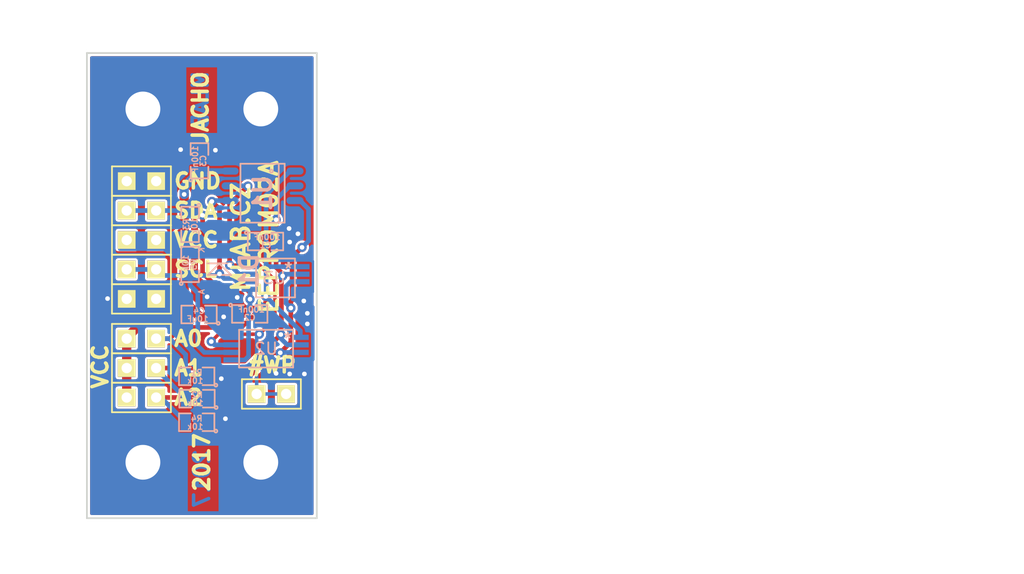
<source format=kicad_pcb>
(kicad_pcb (version 20160815) (host pcbnew no-vcs-found-7409~56~ubuntu16.04.1)

  (general
    (links 58)
    (no_connects 0)
    (area -7.239 -44.831 81.026001 4.572001)
    (thickness 1.6)
    (drawings 20)
    (tracks 239)
    (zones 0)
    (modules 26)
    (nets 9)
  )

  (page A4)
  (title_block
    (title NAME)
    (date "%d. %m. %Y")
    (rev REV)
    (company "Mlab www.mlab.cz")
    (comment 1 VERSION)
    (comment 2 "Short description\\nTwo lines are maximum")
    (comment 3 "nickname <email@example.com>")
  )

  (layers
    (0 F.Cu signal)
    (31 B.Cu signal)
    (32 B.Adhes user)
    (33 F.Adhes user)
    (34 B.Paste user)
    (35 F.Paste user)
    (36 B.SilkS user)
    (37 F.SilkS user)
    (38 B.Mask user)
    (39 F.Mask user)
    (40 Dwgs.User user)
    (41 Cmts.User user)
    (42 Eco1.User user)
    (43 Eco2.User user)
    (44 Edge.Cuts user)
    (45 Margin user)
    (46 B.CrtYd user)
    (47 F.CrtYd user)
    (48 B.Fab user)
    (49 F.Fab user)
  )

  (setup
    (last_trace_width 0.2)
    (user_trace_width 0.3)
    (user_trace_width 0.4)
    (user_trace_width 0.5)
    (user_trace_width 0.6)
    (user_trace_width 0.7)
    (user_trace_width 0.8)
    (trace_clearance 0.2)
    (zone_clearance 0.2)
    (zone_45_only no)
    (trace_min 0.2)
    (segment_width 0.2)
    (edge_width 0.15)
    (via_size 0.8)
    (via_drill 0.4)
    (via_min_size 0.4)
    (via_min_drill 0.3)
    (uvia_size 0.3)
    (uvia_drill 0.1)
    (uvias_allowed no)
    (uvia_min_size 0.2)
    (uvia_min_drill 0.1)
    (pcb_text_width 0.3)
    (pcb_text_size 1.5 1.5)
    (mod_edge_width 0.15)
    (mod_text_size 1 1)
    (mod_text_width 0.15)
    (pad_size 1.524 1.524)
    (pad_drill 0.762)
    (pad_to_mask_clearance 0.2)
    (solder_mask_min_width 0.2)
    (aux_axis_origin 0 0)
    (visible_elements 7FFFFF7F)
    (pcbplotparams
      (layerselection 0x010e0_ffffffff)
      (usegerberextensions false)
      (excludeedgelayer true)
      (linewidth 0.150000)
      (plotframeref false)
      (viasonmask false)
      (mode 1)
      (useauxorigin false)
      (hpglpennumber 1)
      (hpglpenspeed 20)
      (hpglpendiameter 15)
      (psnegative false)
      (psa4output false)
      (plotreference true)
      (plotvalue true)
      (plotinvisibletext false)
      (padsonsilk false)
      (subtractmaskfromsilk false)
      (outputformat 1)
      (mirror false)
      (drillshape 0)
      (scaleselection 1)
      (outputdirectory ../CAM_PROFI/))
  )

  (net 0 "")
  (net 1 GND)
  (net 2 VCC)
  (net 3 /SDA)
  (net 4 /SCL)
  (net 5 /A0)
  (net 6 /A1)
  (net 7 /A2)
  (net 8 /WP)

  (net_class Default "This is the default net class."
    (clearance 0.2)
    (trace_width 0.2)
    (via_dia 0.8)
    (via_drill 0.4)
    (uvia_dia 0.3)
    (uvia_drill 0.1)
    (diff_pair_gap 0.25)
    (diff_pair_width 0.25)
    (add_net /A0)
    (add_net /A1)
    (add_net /A2)
    (add_net /SCL)
    (add_net /SDA)
    (add_net /WP)
    (add_net GND)
    (add_net VCC)
  )

  (module Mlab_IO:TSSOP-8_4.4x3mm_Pitch0.65mm placed (layer B.Cu) (tedit 586A28E5) (tstamp 583C16AF)
    (at 15.6972 -14.8844 180)
    (descr "8-Lead Plastic Thin Shrink Small Outline (ST)-4.4 mm Body [TSSOP] (see Microchip Packaging Specification 00000049BS.pdf)")
    (tags "SSOP 0.65")
    (path /583D9A76)
    (attr smd)
    (fp_text reference U2 (at 0 0 180) (layer B.SilkS)
      (effects (font (size 1 1) (thickness 0.15)) (justify mirror))
    )
    (fp_text value EEPROM_TSSOP8 (at 0 -2.55 180) (layer B.Fab) hide
      (effects (font (size 1 1) (thickness 0.15)) (justify mirror))
    )
    (fp_text user * (at -1.8669 0.8509 180) (layer B.SilkS)
      (effects (font (size 1 1) (thickness 0.15)) (justify mirror))
    )
    (fp_line (start -2.325 -1.625) (end 2.325 -1.625) (layer B.SilkS) (width 0.15))
    (fp_line (start -2.325 1.625) (end 2.325 1.625) (layer B.SilkS) (width 0.15))
    (fp_line (start -2.325 -1.625) (end -2.325 -1.425) (layer B.SilkS) (width 0.15))
    (fp_line (start 2.325 -1.625) (end 2.325 -1.425) (layer B.SilkS) (width 0.15))
    (fp_line (start 2.325 1.625) (end 2.325 -1.625) (layer B.SilkS) (width 0.15))
    (fp_line (start -2.325 1.625) (end -2.325 -1.625) (layer B.SilkS) (width 0.15))
    (fp_line (start -3.95 -1.8) (end 3.95 -1.8) (layer B.CrtYd) (width 0.05))
    (fp_line (start -3.95 1.8) (end 3.95 1.8) (layer B.CrtYd) (width 0.05))
    (fp_line (start 3.95 1.8) (end 3.95 -1.8) (layer B.CrtYd) (width 0.05))
    (fp_line (start -3.95 1.8) (end -3.95 -1.8) (layer B.CrtYd) (width 0.05))
    (pad 1 smd rect (at -2.95 0.975 180) (size 1.45 0.45) (layers B.Cu B.Paste B.Mask)
      (net 5 /A0))
    (pad 2 smd rect (at -2.95 0.325 180) (size 1.45 0.45) (layers B.Cu B.Paste B.Mask)
      (net 6 /A1))
    (pad 3 smd rect (at -2.95 -0.325 180) (size 1.45 0.45) (layers B.Cu B.Paste B.Mask)
      (net 7 /A2))
    (pad 4 smd rect (at -2.95 -0.975 180) (size 1.45 0.45) (layers B.Cu B.Paste B.Mask)
      (net 1 GND))
    (pad 5 smd rect (at 2.95 -0.975 180) (size 1.45 0.45) (layers B.Cu B.Paste B.Mask)
      (net 3 /SDA))
    (pad 6 smd rect (at 2.95 -0.325 180) (size 1.45 0.45) (layers B.Cu B.Paste B.Mask)
      (net 4 /SCL))
    (pad 7 smd rect (at 2.95 0.325 180) (size 1.45 0.45) (layers B.Cu B.Paste B.Mask)
      (net 8 /WP))
    (pad 8 smd rect (at 2.95 0.975 180) (size 1.45 0.45) (layers B.Cu B.Paste B.Mask)
      (net 2 VCC))
    (model Housings_SSOP.3dshapes/TSSOP-8_4.4x3mm_Pitch0.65mm.wrl
      (at (xyz 0 0 0))
      (scale (xyz 1 1 1))
      (rotate (xyz 0 0 0))
    )
  )

  (module Mlab_IO:MSOP-8_3x3mm_Pitch0.65mm (layer B.Cu) (tedit 586A28E5) (tstamp 583C16BB)
    (at 16.51 -20.9804 180)
    (descr "8-Lead Plastic Micro Small Outline Package (MS) [MSOP] (see Microchip Packaging Specification 00000049BS.pdf)")
    (tags "SSOP 0.65")
    (path /583D9B25)
    (attr smd)
    (fp_text reference U3 (at 0.127 0 180) (layer B.SilkS)
      (effects (font (size 1 1) (thickness 0.15)) (justify mirror))
    )
    (fp_text value EEPROM_MSOP8 (at 0 -2.6 180) (layer B.SilkS) hide
      (effects (font (size 1 1) (thickness 0.15)) (justify mirror))
    )
    (fp_text user * (at -1.1049 0.7747 180) (layer B.SilkS)
      (effects (font (size 1 1) (thickness 0.15)) (justify mirror))
    )
    (fp_line (start -1.675 -1.675) (end 1.675 -1.675) (layer B.SilkS) (width 0.15))
    (fp_line (start -1.675 1.675) (end 1.675 1.675) (layer B.SilkS) (width 0.15))
    (fp_line (start -1.675 -1.675) (end -1.675 -1.425) (layer B.SilkS) (width 0.15))
    (fp_line (start 1.675 -1.675) (end 1.675 1.675) (layer B.SilkS) (width 0.15))
    (fp_line (start 1.675 1.675) (end 1.675 1.425) (layer B.SilkS) (width 0.15))
    (fp_line (start -1.675 1.675) (end -1.675 -1.675) (layer B.SilkS) (width 0.15))
    (pad 1 smd rect (at -2.2 0.975 180) (size 1.45 0.45) (layers B.Cu B.Paste B.Mask)
      (net 5 /A0))
    (pad 2 smd rect (at -2.2 0.325 180) (size 1.45 0.45) (layers B.Cu B.Paste B.Mask)
      (net 6 /A1))
    (pad 3 smd rect (at -2.2 -0.325 180) (size 1.45 0.45) (layers B.Cu B.Paste B.Mask)
      (net 7 /A2))
    (pad 4 smd rect (at -2.2 -0.975 180) (size 1.45 0.45) (layers B.Cu B.Paste B.Mask)
      (net 1 GND))
    (pad 5 smd rect (at 2.2 -0.975 180) (size 1.45 0.45) (layers B.Cu B.Paste B.Mask)
      (net 3 /SDA))
    (pad 6 smd rect (at 2.2 -0.325 180) (size 1.45 0.45) (layers B.Cu B.Paste B.Mask)
      (net 4 /SCL))
    (pad 7 smd rect (at 2.2 0.325 180) (size 1.45 0.45) (layers B.Cu B.Paste B.Mask)
      (net 8 /WP))
    (pad 8 smd rect (at 2.2 0.975 180) (size 1.45 0.45) (layers B.Cu B.Paste B.Mask)
      (net 2 VCC))
    (model D:/Honza/library/KiCAD/MLAB_3D/IO/MSOP_8.wrl
      (at (xyz 0 0 0))
      (scale (xyz 0.4 0.4 0.4))
      (rotate (xyz 0 0 90))
    )
  )

  (module Mlab_Mechanical:MountingHole_3mm placed (layer F.Cu) (tedit 586A28E5) (tstamp 57DB7C60)
    (at 15.24 -35.56)
    (descr "Mounting hole, Befestigungsbohrung, 3mm, No Annular, Kein Restring,")
    (tags "Mounting hole, Befestigungsbohrung, 3mm, No Annular, Kein Restring,")
    (path /549D7628)
    (fp_text reference M2 (at 0 -4.191) (layer F.SilkS) hide
      (effects (font (thickness 0.3048)))
    )
    (fp_text value HOLE (at 0 4.191) (layer F.SilkS) hide
      (effects (font (thickness 0.3048)))
    )
    (fp_circle (center 0 0) (end 2.99974 0) (layer Cmts.User) (width 0.381))
    (pad 1 thru_hole circle (at 0 0) (size 6 6) (drill 3) (layers *.Cu *.Adhes *.Mask)
      (net 1 GND) (clearance 1) (zone_connect 2))
  )

  (module Mlab_Mechanical:MountingHole_3mm placed (layer F.Cu) (tedit 586A28E5) (tstamp 57DB7C5B)
    (at 5.08 -35.56)
    (descr "Mounting hole, Befestigungsbohrung, 3mm, No Annular, Kein Restring,")
    (tags "Mounting hole, Befestigungsbohrung, 3mm, No Annular, Kein Restring,")
    (path /549D7549)
    (fp_text reference M1 (at 0 -4.191) (layer F.SilkS) hide
      (effects (font (thickness 0.3048)))
    )
    (fp_text value HOLE (at 0 4.191) (layer F.SilkS) hide
      (effects (font (thickness 0.3048)))
    )
    (fp_circle (center 0 0) (end 2.99974 0) (layer Cmts.User) (width 0.381))
    (pad 1 thru_hole circle (at 0 0) (size 6 6) (drill 3) (layers *.Cu *.Adhes *.Mask)
      (net 1 GND) (clearance 1) (zone_connect 2))
  )

  (module Mlab_Mechanical:MountingHole_3mm placed (layer F.Cu) (tedit 586A28E5) (tstamp 57DB7C6A)
    (at 5.08 -5.08)
    (descr "Mounting hole, Befestigungsbohrung, 3mm, No Annular, Kein Restring,")
    (tags "Mounting hole, Befestigungsbohrung, 3mm, No Annular, Kein Restring,")
    (path /549D7665)
    (fp_text reference M4 (at 0 -4.191) (layer F.SilkS) hide
      (effects (font (thickness 0.3048)))
    )
    (fp_text value HOLE (at 0 4.191) (layer F.SilkS) hide
      (effects (font (thickness 0.3048)))
    )
    (fp_circle (center 0 0) (end 2.99974 0) (layer Cmts.User) (width 0.381))
    (pad 1 thru_hole circle (at 0 0) (size 6 6) (drill 3) (layers *.Cu *.Adhes *.Mask)
      (net 1 GND) (clearance 1) (zone_connect 2))
  )

  (module Mlab_Mechanical:MountingHole_3mm placed (layer F.Cu) (tedit 586A28E5) (tstamp 57DB7C65)
    (at 15.24 -5.08)
    (descr "Mounting hole, Befestigungsbohrung, 3mm, No Annular, Kein Restring,")
    (tags "Mounting hole, Befestigungsbohrung, 3mm, No Annular, Kein Restring,")
    (path /549D7646)
    (fp_text reference M3 (at 0 -4.191) (layer F.SilkS) hide
      (effects (font (thickness 0.3048)))
    )
    (fp_text value HOLE (at 0 4.191) (layer F.SilkS) hide
      (effects (font (thickness 0.3048)))
    )
    (fp_circle (center 0 0) (end 2.99974 0) (layer Cmts.User) (width 0.381))
    (pad 1 thru_hole circle (at 0 0) (size 6 6) (drill 3) (layers *.Cu *.Adhes *.Mask)
      (net 1 GND) (clearance 1) (zone_connect 2))
  )

  (module Mlab_R:SMD-0805 (layer B.Cu) (tedit 586A28E5) (tstamp 583C1631)
    (at 15.6464 -24.13)
    (path /5820D5E3)
    (attr smd)
    (fp_text reference C1 (at 0 0.3175) (layer B.SilkS)
      (effects (font (size 0.50038 0.50038) (thickness 0.10922)) (justify mirror))
    )
    (fp_text value 100nF (at 0.127 -0.381) (layer B.SilkS)
      (effects (font (size 0.50038 0.50038) (thickness 0.10922)) (justify mirror))
    )
    (fp_circle (center -1.651 -0.762) (end -1.651 -0.635) (layer B.SilkS) (width 0.15))
    (fp_line (start -0.508 -0.762) (end -1.524 -0.762) (layer B.SilkS) (width 0.15))
    (fp_line (start -1.524 -0.762) (end -1.524 0.762) (layer B.SilkS) (width 0.15))
    (fp_line (start -1.524 0.762) (end -0.508 0.762) (layer B.SilkS) (width 0.15))
    (fp_line (start 0.508 0.762) (end 1.524 0.762) (layer B.SilkS) (width 0.15))
    (fp_line (start 1.524 0.762) (end 1.524 -0.762) (layer B.SilkS) (width 0.15))
    (fp_line (start 1.524 -0.762) (end 0.508 -0.762) (layer B.SilkS) (width 0.15))
    (pad 2 smd rect (at 0.9525 0) (size 0.889 1.397) (layers B.Cu B.Paste B.Mask)
      (net 1 GND))
    (pad 1 smd rect (at -0.9525 0) (size 0.889 1.397) (layers B.Cu B.Paste B.Mask)
      (net 2 VCC))
    (model MLAB_3D/Resistors/chip_cms.wrl
      (at (xyz 0 0 0))
      (scale (xyz 0.1 0.1 0.1))
      (rotate (xyz 0 0 0))
    )
  )

  (module Mlab_R:SMD-0805 (layer B.Cu) (tedit 586A28E5) (tstamp 583C1637)
    (at 14.2875 -17.8816)
    (path /583CCB0E)
    (attr smd)
    (fp_text reference C2 (at 0 0.3175) (layer B.SilkS)
      (effects (font (size 0.50038 0.50038) (thickness 0.10922)) (justify mirror))
    )
    (fp_text value 100nF (at 0.127 -0.381) (layer B.SilkS)
      (effects (font (size 0.50038 0.50038) (thickness 0.10922)) (justify mirror))
    )
    (fp_line (start 1.524 -0.762) (end 0.508 -0.762) (layer B.SilkS) (width 0.15))
    (fp_line (start 1.524 0.762) (end 1.524 -0.762) (layer B.SilkS) (width 0.15))
    (fp_line (start 0.508 0.762) (end 1.524 0.762) (layer B.SilkS) (width 0.15))
    (fp_line (start -1.524 0.762) (end -0.508 0.762) (layer B.SilkS) (width 0.15))
    (fp_line (start -1.524 -0.762) (end -1.524 0.762) (layer B.SilkS) (width 0.15))
    (fp_line (start -0.508 -0.762) (end -1.524 -0.762) (layer B.SilkS) (width 0.15))
    (fp_circle (center -1.651 -0.762) (end -1.651 -0.635) (layer B.SilkS) (width 0.15))
    (pad 1 smd rect (at -0.9525 0) (size 0.889 1.397) (layers B.Cu B.Paste B.Mask)
      (net 2 VCC))
    (pad 2 smd rect (at 0.9525 0) (size 0.889 1.397) (layers B.Cu B.Paste B.Mask)
      (net 1 GND))
    (model MLAB_3D/Resistors/chip_cms.wrl
      (at (xyz 0 0 0))
      (scale (xyz 0.1 0.1 0.1))
      (rotate (xyz 0 0 0))
    )
  )

  (module Mlab_R:SMD-0805 (layer B.Cu) (tedit 586A28E5) (tstamp 583C163D)
    (at 9.9568 -31.0896 90)
    (path /583CCC03)
    (attr smd)
    (fp_text reference C3 (at 0 0.3175 90) (layer B.SilkS)
      (effects (font (size 0.50038 0.50038) (thickness 0.10922)) (justify mirror))
    )
    (fp_text value 100nF (at 0.127 -0.381 90) (layer B.SilkS)
      (effects (font (size 0.50038 0.50038) (thickness 0.10922)) (justify mirror))
    )
    (fp_circle (center -1.651 -0.762) (end -1.651 -0.635) (layer B.SilkS) (width 0.15))
    (fp_line (start -0.508 -0.762) (end -1.524 -0.762) (layer B.SilkS) (width 0.15))
    (fp_line (start -1.524 -0.762) (end -1.524 0.762) (layer B.SilkS) (width 0.15))
    (fp_line (start -1.524 0.762) (end -0.508 0.762) (layer B.SilkS) (width 0.15))
    (fp_line (start 0.508 0.762) (end 1.524 0.762) (layer B.SilkS) (width 0.15))
    (fp_line (start 1.524 0.762) (end 1.524 -0.762) (layer B.SilkS) (width 0.15))
    (fp_line (start 1.524 -0.762) (end 0.508 -0.762) (layer B.SilkS) (width 0.15))
    (pad 2 smd rect (at 0.9525 0 90) (size 0.889 1.397) (layers B.Cu B.Paste B.Mask)
      (net 1 GND))
    (pad 1 smd rect (at -0.9525 0 90) (size 0.889 1.397) (layers B.Cu B.Paste B.Mask)
      (net 2 VCC))
    (model MLAB_3D/Resistors/chip_cms.wrl
      (at (xyz 0 0 0))
      (scale (xyz 0.1 0.1 0.1))
      (rotate (xyz 0 0 0))
    )
  )

  (module Mlab_R:SMD-0805 (layer B.Cu) (tedit 586A28E5) (tstamp 583C1643)
    (at 9.9187 -17.8308 180)
    (path /5820C904)
    (attr smd)
    (fp_text reference C4 (at 0 0.3175 180) (layer B.SilkS)
      (effects (font (size 0.50038 0.50038) (thickness 0.10922)) (justify mirror))
    )
    (fp_text value 10uF (at 0.127 -0.381 180) (layer B.SilkS)
      (effects (font (size 0.50038 0.50038) (thickness 0.10922)) (justify mirror))
    )
    (fp_line (start 1.524 -0.762) (end 0.508 -0.762) (layer B.SilkS) (width 0.15))
    (fp_line (start 1.524 0.762) (end 1.524 -0.762) (layer B.SilkS) (width 0.15))
    (fp_line (start 0.508 0.762) (end 1.524 0.762) (layer B.SilkS) (width 0.15))
    (fp_line (start -1.524 0.762) (end -0.508 0.762) (layer B.SilkS) (width 0.15))
    (fp_line (start -1.524 -0.762) (end -1.524 0.762) (layer B.SilkS) (width 0.15))
    (fp_line (start -0.508 -0.762) (end -1.524 -0.762) (layer B.SilkS) (width 0.15))
    (fp_circle (center -1.651 -0.762) (end -1.651 -0.635) (layer B.SilkS) (width 0.15))
    (pad 1 smd rect (at -0.9525 0 180) (size 0.889 1.397) (layers B.Cu B.Paste B.Mask)
      (net 2 VCC))
    (pad 2 smd rect (at 0.9525 0 180) (size 0.889 1.397) (layers B.Cu B.Paste B.Mask)
      (net 1 GND))
    (model MLAB_3D/Resistors/chip_cms.wrl
      (at (xyz 0 0 0))
      (scale (xyz 0.1 0.1 0.1))
      (rotate (xyz 0 0 0))
    )
  )

  (module Mlab_Pin_Headers:Straight_2x01 (layer F.Cu) (tedit 586A28E5) (tstamp 583C1649)
    (at 4.953 -29.337)
    (descr "pin header straight 2x01")
    (tags "pin header straight 2x01")
    (path /583C91A7)
    (fp_text reference J1 (at 0 -2.54) (layer F.SilkS) hide
      (effects (font (size 1.5 1.5) (thickness 0.15)))
    )
    (fp_text value JUMP_2x1 (at 0 2.54) (layer F.SilkS) hide
      (effects (font (size 1.5 1.5) (thickness 0.15)))
    )
    (fp_line (start -2.54 -1.27) (end 2.54 -1.27) (layer F.SilkS) (width 0.15))
    (fp_line (start 2.54 -1.27) (end 2.54 1.27) (layer F.SilkS) (width 0.15))
    (fp_line (start 2.54 1.27) (end -2.54 1.27) (layer F.SilkS) (width 0.15))
    (fp_line (start -2.54 1.27) (end -2.54 -1.27) (layer F.SilkS) (width 0.15))
    (pad 2 thru_hole rect (at 1.27 0) (size 1.524 1.524) (drill 0.889) (layers *.Cu *.Mask F.SilkS)
      (net 1 GND))
    (pad 1 thru_hole rect (at -1.27 0) (size 1.524 1.524) (drill 0.889) (layers *.Cu *.Mask F.SilkS)
      (net 1 GND))
    (model Pin_Headers/Pin_Header_Straight_2x01.wrl
      (at (xyz 0 0 0))
      (scale (xyz 1 1 1))
      (rotate (xyz 0 0 90))
    )
  )

  (module Mlab_Pin_Headers:Straight_2x01 (layer F.Cu) (tedit 586A28E5) (tstamp 583C164F)
    (at 4.953 -26.797)
    (descr "pin header straight 2x01")
    (tags "pin header straight 2x01")
    (path /583C966A)
    (fp_text reference J2 (at 0 -2.54) (layer F.SilkS) hide
      (effects (font (size 1.5 1.5) (thickness 0.15)))
    )
    (fp_text value JUMP_2x1 (at 0 2.54) (layer F.SilkS) hide
      (effects (font (size 1.5 1.5) (thickness 0.15)))
    )
    (fp_line (start -2.54 -1.27) (end 2.54 -1.27) (layer F.SilkS) (width 0.15))
    (fp_line (start 2.54 -1.27) (end 2.54 1.27) (layer F.SilkS) (width 0.15))
    (fp_line (start 2.54 1.27) (end -2.54 1.27) (layer F.SilkS) (width 0.15))
    (fp_line (start -2.54 1.27) (end -2.54 -1.27) (layer F.SilkS) (width 0.15))
    (pad 2 thru_hole rect (at 1.27 0) (size 1.524 1.524) (drill 0.889) (layers *.Cu *.Mask F.SilkS)
      (net 3 /SDA))
    (pad 1 thru_hole rect (at -1.27 0) (size 1.524 1.524) (drill 0.889) (layers *.Cu *.Mask F.SilkS)
      (net 3 /SDA))
    (model Pin_Headers/Pin_Header_Straight_2x01.wrl
      (at (xyz 0 0 0))
      (scale (xyz 1 1 1))
      (rotate (xyz 0 0 90))
    )
  )

  (module Mlab_Pin_Headers:Straight_2x01 (layer F.Cu) (tedit 586A28E5) (tstamp 583C1655)
    (at 4.953 -24.257)
    (descr "pin header straight 2x01")
    (tags "pin header straight 2x01")
    (path /583C9698)
    (fp_text reference J3 (at 0 -2.54) (layer F.SilkS) hide
      (effects (font (size 1.5 1.5) (thickness 0.15)))
    )
    (fp_text value JUMP_2x1 (at 0 2.54) (layer F.SilkS) hide
      (effects (font (size 1.5 1.5) (thickness 0.15)))
    )
    (fp_line (start -2.54 1.27) (end -2.54 -1.27) (layer F.SilkS) (width 0.15))
    (fp_line (start 2.54 1.27) (end -2.54 1.27) (layer F.SilkS) (width 0.15))
    (fp_line (start 2.54 -1.27) (end 2.54 1.27) (layer F.SilkS) (width 0.15))
    (fp_line (start -2.54 -1.27) (end 2.54 -1.27) (layer F.SilkS) (width 0.15))
    (pad 1 thru_hole rect (at -1.27 0) (size 1.524 1.524) (drill 0.889) (layers *.Cu *.Mask F.SilkS)
      (net 2 VCC))
    (pad 2 thru_hole rect (at 1.27 0) (size 1.524 1.524) (drill 0.889) (layers *.Cu *.Mask F.SilkS)
      (net 2 VCC))
    (model Pin_Headers/Pin_Header_Straight_2x01.wrl
      (at (xyz 0 0 0))
      (scale (xyz 1 1 1))
      (rotate (xyz 0 0 90))
    )
  )

  (module Mlab_Pin_Headers:Straight_2x01 (layer F.Cu) (tedit 586A28E5) (tstamp 583C165B)
    (at 4.953 -21.717)
    (descr "pin header straight 2x01")
    (tags "pin header straight 2x01")
    (path /583C96F5)
    (fp_text reference J4 (at 0 -2.54) (layer F.SilkS) hide
      (effects (font (size 1.5 1.5) (thickness 0.15)))
    )
    (fp_text value JUMP_2x1 (at 0 2.54) (layer F.SilkS) hide
      (effects (font (size 1.5 1.5) (thickness 0.15)))
    )
    (fp_line (start -2.54 -1.27) (end 2.54 -1.27) (layer F.SilkS) (width 0.15))
    (fp_line (start 2.54 -1.27) (end 2.54 1.27) (layer F.SilkS) (width 0.15))
    (fp_line (start 2.54 1.27) (end -2.54 1.27) (layer F.SilkS) (width 0.15))
    (fp_line (start -2.54 1.27) (end -2.54 -1.27) (layer F.SilkS) (width 0.15))
    (pad 2 thru_hole rect (at 1.27 0) (size 1.524 1.524) (drill 0.889) (layers *.Cu *.Mask F.SilkS)
      (net 4 /SCL))
    (pad 1 thru_hole rect (at -1.27 0) (size 1.524 1.524) (drill 0.889) (layers *.Cu *.Mask F.SilkS)
      (net 4 /SCL))
    (model Pin_Headers/Pin_Header_Straight_2x01.wrl
      (at (xyz 0 0 0))
      (scale (xyz 1 1 1))
      (rotate (xyz 0 0 90))
    )
  )

  (module Mlab_Pin_Headers:Straight_2x01 (layer F.Cu) (tedit 586A28E5) (tstamp 583C1661)
    (at 4.953 -19.177)
    (descr "pin header straight 2x01")
    (tags "pin header straight 2x01")
    (path /583C9729)
    (fp_text reference J5 (at 0 -2.54) (layer F.SilkS) hide
      (effects (font (size 1.5 1.5) (thickness 0.15)))
    )
    (fp_text value JUMP_2x1 (at 0 2.54) (layer F.SilkS) hide
      (effects (font (size 1.5 1.5) (thickness 0.15)))
    )
    (fp_line (start -2.54 1.27) (end -2.54 -1.27) (layer F.SilkS) (width 0.15))
    (fp_line (start 2.54 1.27) (end -2.54 1.27) (layer F.SilkS) (width 0.15))
    (fp_line (start 2.54 -1.27) (end 2.54 1.27) (layer F.SilkS) (width 0.15))
    (fp_line (start -2.54 -1.27) (end 2.54 -1.27) (layer F.SilkS) (width 0.15))
    (pad 1 thru_hole rect (at -1.27 0) (size 1.524 1.524) (drill 0.889) (layers *.Cu *.Mask F.SilkS)
      (net 1 GND))
    (pad 2 thru_hole rect (at 1.27 0) (size 1.524 1.524) (drill 0.889) (layers *.Cu *.Mask F.SilkS)
      (net 1 GND))
    (model Pin_Headers/Pin_Header_Straight_2x01.wrl
      (at (xyz 0 0 0))
      (scale (xyz 1 1 1))
      (rotate (xyz 0 0 90))
    )
  )

  (module Mlab_Pin_Headers:Straight_2x01 (layer F.Cu) (tedit 586A28E5) (tstamp 583C1667)
    (at 4.953 -15.748 180)
    (descr "pin header straight 2x01")
    (tags "pin header straight 2x01")
    (path /583D1621)
    (fp_text reference J6 (at 0 -2.54 180) (layer F.SilkS) hide
      (effects (font (size 1.5 1.5) (thickness 0.15)))
    )
    (fp_text value JUMP2_2x1 (at 0 2.54 180) (layer F.SilkS) hide
      (effects (font (size 1.5 1.5) (thickness 0.15)))
    )
    (fp_line (start -2.54 1.27) (end -2.54 -1.27) (layer F.SilkS) (width 0.15))
    (fp_line (start 2.54 1.27) (end -2.54 1.27) (layer F.SilkS) (width 0.15))
    (fp_line (start 2.54 -1.27) (end 2.54 1.27) (layer F.SilkS) (width 0.15))
    (fp_line (start -2.54 -1.27) (end 2.54 -1.27) (layer F.SilkS) (width 0.15))
    (pad 1 thru_hole rect (at -1.27 0 180) (size 1.524 1.524) (drill 0.889) (layers *.Cu *.Mask F.SilkS)
      (net 5 /A0))
    (pad 2 thru_hole rect (at 1.27 0 180) (size 1.524 1.524) (drill 0.889) (layers *.Cu *.Mask F.SilkS)
      (net 2 VCC))
    (model Pin_Headers/Pin_Header_Straight_2x01.wrl
      (at (xyz 0 0 0))
      (scale (xyz 1 1 1))
      (rotate (xyz 0 0 90))
    )
  )

  (module Mlab_Pin_Headers:Straight_2x01 (layer F.Cu) (tedit 586A28E5) (tstamp 583C166D)
    (at 4.953 -13.208 180)
    (descr "pin header straight 2x01")
    (tags "pin header straight 2x01")
    (path /583D1808)
    (fp_text reference J7 (at 0 -2.54 180) (layer F.SilkS) hide
      (effects (font (size 1.5 1.5) (thickness 0.15)))
    )
    (fp_text value JUMP2_2x1 (at 0 2.54 180) (layer F.SilkS) hide
      (effects (font (size 1.5 1.5) (thickness 0.15)))
    )
    (fp_line (start -2.54 -1.27) (end 2.54 -1.27) (layer F.SilkS) (width 0.15))
    (fp_line (start 2.54 -1.27) (end 2.54 1.27) (layer F.SilkS) (width 0.15))
    (fp_line (start 2.54 1.27) (end -2.54 1.27) (layer F.SilkS) (width 0.15))
    (fp_line (start -2.54 1.27) (end -2.54 -1.27) (layer F.SilkS) (width 0.15))
    (pad 2 thru_hole rect (at 1.27 0 180) (size 1.524 1.524) (drill 0.889) (layers *.Cu *.Mask F.SilkS)
      (net 2 VCC))
    (pad 1 thru_hole rect (at -1.27 0 180) (size 1.524 1.524) (drill 0.889) (layers *.Cu *.Mask F.SilkS)
      (net 6 /A1))
    (model Pin_Headers/Pin_Header_Straight_2x01.wrl
      (at (xyz 0 0 0))
      (scale (xyz 1 1 1))
      (rotate (xyz 0 0 90))
    )
  )

  (module Mlab_Pin_Headers:Straight_2x01 (layer F.Cu) (tedit 586A28E5) (tstamp 583C1673)
    (at 4.953 -10.668 180)
    (descr "pin header straight 2x01")
    (tags "pin header straight 2x01")
    (path /583D185D)
    (fp_text reference J8 (at 0 -2.54 180) (layer F.SilkS) hide
      (effects (font (size 1.5 1.5) (thickness 0.15)))
    )
    (fp_text value JUMP2_2x1 (at 0 2.54 180) (layer F.SilkS) hide
      (effects (font (size 1.5 1.5) (thickness 0.15)))
    )
    (fp_line (start -2.54 1.27) (end -2.54 -1.27) (layer F.SilkS) (width 0.15))
    (fp_line (start 2.54 1.27) (end -2.54 1.27) (layer F.SilkS) (width 0.15))
    (fp_line (start 2.54 -1.27) (end 2.54 1.27) (layer F.SilkS) (width 0.15))
    (fp_line (start -2.54 -1.27) (end 2.54 -1.27) (layer F.SilkS) (width 0.15))
    (pad 1 thru_hole rect (at -1.27 0 180) (size 1.524 1.524) (drill 0.889) (layers *.Cu *.Mask F.SilkS)
      (net 7 /A2))
    (pad 2 thru_hole rect (at 1.27 0 180) (size 1.524 1.524) (drill 0.889) (layers *.Cu *.Mask F.SilkS)
      (net 2 VCC))
    (model Pin_Headers/Pin_Header_Straight_2x01.wrl
      (at (xyz 0 0 0))
      (scale (xyz 1 1 1))
      (rotate (xyz 0 0 90))
    )
  )

  (module Mlab_Pin_Headers:Straight_2x01 (layer F.Cu) (tedit 586A28E5) (tstamp 583C1679)
    (at 16.1544 -10.9728 180)
    (descr "pin header straight 2x01")
    (tags "pin header straight 2x01")
    (path /583D529D)
    (fp_text reference J9 (at 0 -2.54 180) (layer F.SilkS) hide
      (effects (font (size 1.5 1.5) (thickness 0.15)))
    )
    (fp_text value JUMP_2x1 (at 0 2.54 180) (layer F.SilkS) hide
      (effects (font (size 1.5 1.5) (thickness 0.15)))
    )
    (fp_line (start -2.54 -1.27) (end 2.54 -1.27) (layer F.SilkS) (width 0.15))
    (fp_line (start 2.54 -1.27) (end 2.54 1.27) (layer F.SilkS) (width 0.15))
    (fp_line (start 2.54 1.27) (end -2.54 1.27) (layer F.SilkS) (width 0.15))
    (fp_line (start -2.54 1.27) (end -2.54 -1.27) (layer F.SilkS) (width 0.15))
    (pad 2 thru_hole rect (at 1.27 0 180) (size 1.524 1.524) (drill 0.889) (layers *.Cu *.Mask F.SilkS)
      (net 8 /WP))
    (pad 1 thru_hole rect (at -1.27 0 180) (size 1.524 1.524) (drill 0.889) (layers *.Cu *.Mask F.SilkS)
      (net 8 /WP))
    (model Pin_Headers/Pin_Header_Straight_2x01.wrl
      (at (xyz 0 0 0))
      (scale (xyz 1 1 1))
      (rotate (xyz 0 0 90))
    )
  )

  (module Mlab_R:SMD-0805 (layer B.Cu) (tedit 586A28E5) (tstamp 583C167F)
    (at 9.7155 -12.4968 180)
    (path /583CE9B0)
    (attr smd)
    (fp_text reference R1 (at 0 0.3175 180) (layer B.SilkS)
      (effects (font (size 0.50038 0.50038) (thickness 0.10922)) (justify mirror))
    )
    (fp_text value 10k (at 0.127 -0.381 180) (layer B.SilkS)
      (effects (font (size 0.50038 0.50038) (thickness 0.10922)) (justify mirror))
    )
    (fp_circle (center -1.651 -0.762) (end -1.651 -0.635) (layer B.SilkS) (width 0.15))
    (fp_line (start -0.508 -0.762) (end -1.524 -0.762) (layer B.SilkS) (width 0.15))
    (fp_line (start -1.524 -0.762) (end -1.524 0.762) (layer B.SilkS) (width 0.15))
    (fp_line (start -1.524 0.762) (end -0.508 0.762) (layer B.SilkS) (width 0.15))
    (fp_line (start 0.508 0.762) (end 1.524 0.762) (layer B.SilkS) (width 0.15))
    (fp_line (start 1.524 0.762) (end 1.524 -0.762) (layer B.SilkS) (width 0.15))
    (fp_line (start 1.524 -0.762) (end 0.508 -0.762) (layer B.SilkS) (width 0.15))
    (pad 2 smd rect (at 0.9525 0 180) (size 0.889 1.397) (layers B.Cu B.Paste B.Mask)
      (net 5 /A0))
    (pad 1 smd rect (at -0.9525 0 180) (size 0.889 1.397) (layers B.Cu B.Paste B.Mask)
      (net 1 GND))
    (model MLAB_3D/Resistors/chip_cms.wrl
      (at (xyz 0 0 0))
      (scale (xyz 0.1 0.1 0.1))
      (rotate (xyz 0 0 0))
    )
  )

  (module Mlab_R:SMD-0805 (layer B.Cu) (tedit 586A28E5) (tstamp 583C1685)
    (at 9.7409 -10.5664 180)
    (path /583CEB91)
    (attr smd)
    (fp_text reference R2 (at 0 0.3175 180) (layer B.SilkS)
      (effects (font (size 0.50038 0.50038) (thickness 0.10922)) (justify mirror))
    )
    (fp_text value 10k (at 0.127 -0.381 180) (layer B.SilkS)
      (effects (font (size 0.50038 0.50038) (thickness 0.10922)) (justify mirror))
    )
    (fp_line (start 1.524 -0.762) (end 0.508 -0.762) (layer B.SilkS) (width 0.15))
    (fp_line (start 1.524 0.762) (end 1.524 -0.762) (layer B.SilkS) (width 0.15))
    (fp_line (start 0.508 0.762) (end 1.524 0.762) (layer B.SilkS) (width 0.15))
    (fp_line (start -1.524 0.762) (end -0.508 0.762) (layer B.SilkS) (width 0.15))
    (fp_line (start -1.524 -0.762) (end -1.524 0.762) (layer B.SilkS) (width 0.15))
    (fp_line (start -0.508 -0.762) (end -1.524 -0.762) (layer B.SilkS) (width 0.15))
    (fp_circle (center -1.651 -0.762) (end -1.651 -0.635) (layer B.SilkS) (width 0.15))
    (pad 1 smd rect (at -0.9525 0 180) (size 0.889 1.397) (layers B.Cu B.Paste B.Mask)
      (net 1 GND))
    (pad 2 smd rect (at 0.9525 0 180) (size 0.889 1.397) (layers B.Cu B.Paste B.Mask)
      (net 6 /A1))
    (model MLAB_3D/Resistors/chip_cms.wrl
      (at (xyz 0 0 0))
      (scale (xyz 0.1 0.1 0.1))
      (rotate (xyz 0 0 0))
    )
  )

  (module Mlab_R:SMD-0805 (layer B.Cu) (tedit 586A28E5) (tstamp 583C168B)
    (at 9.144 -25.6032 270)
    (path /58231ADB)
    (attr smd)
    (fp_text reference R3 (at 0 0.3175 270) (layer B.SilkS)
      (effects (font (size 0.50038 0.50038) (thickness 0.10922)) (justify mirror))
    )
    (fp_text value 10k (at 0.127 -0.381 270) (layer B.SilkS)
      (effects (font (size 0.50038 0.50038) (thickness 0.10922)) (justify mirror))
    )
    (fp_line (start 1.524 -0.762) (end 0.508 -0.762) (layer B.SilkS) (width 0.15))
    (fp_line (start 1.524 0.762) (end 1.524 -0.762) (layer B.SilkS) (width 0.15))
    (fp_line (start 0.508 0.762) (end 1.524 0.762) (layer B.SilkS) (width 0.15))
    (fp_line (start -1.524 0.762) (end -0.508 0.762) (layer B.SilkS) (width 0.15))
    (fp_line (start -1.524 -0.762) (end -1.524 0.762) (layer B.SilkS) (width 0.15))
    (fp_line (start -0.508 -0.762) (end -1.524 -0.762) (layer B.SilkS) (width 0.15))
    (fp_circle (center -1.651 -0.762) (end -1.651 -0.635) (layer B.SilkS) (width 0.15))
    (pad 1 smd rect (at -0.9525 0 270) (size 0.889 1.397) (layers B.Cu B.Paste B.Mask)
      (net 3 /SDA))
    (pad 2 smd rect (at 0.9525 0 270) (size 0.889 1.397) (layers B.Cu B.Paste B.Mask)
      (net 2 VCC))
    (model MLAB_3D/Resistors/chip_cms.wrl
      (at (xyz 0 0 0))
      (scale (xyz 0.1 0.1 0.1))
      (rotate (xyz 0 0 0))
    )
  )

  (module Mlab_R:SMD-0805 (layer B.Cu) (tedit 586A28E5) (tstamp 583C1691)
    (at 9.7155 -8.5344 180)
    (path /583CEBF1)
    (attr smd)
    (fp_text reference R4 (at 0 0.3175 180) (layer B.SilkS)
      (effects (font (size 0.50038 0.50038) (thickness 0.10922)) (justify mirror))
    )
    (fp_text value 10k (at 0.127 -0.381 180) (layer B.SilkS)
      (effects (font (size 0.50038 0.50038) (thickness 0.10922)) (justify mirror))
    )
    (fp_circle (center -1.651 -0.762) (end -1.651 -0.635) (layer B.SilkS) (width 0.15))
    (fp_line (start -0.508 -0.762) (end -1.524 -0.762) (layer B.SilkS) (width 0.15))
    (fp_line (start -1.524 -0.762) (end -1.524 0.762) (layer B.SilkS) (width 0.15))
    (fp_line (start -1.524 0.762) (end -0.508 0.762) (layer B.SilkS) (width 0.15))
    (fp_line (start 0.508 0.762) (end 1.524 0.762) (layer B.SilkS) (width 0.15))
    (fp_line (start 1.524 0.762) (end 1.524 -0.762) (layer B.SilkS) (width 0.15))
    (fp_line (start 1.524 -0.762) (end 0.508 -0.762) (layer B.SilkS) (width 0.15))
    (pad 2 smd rect (at 0.9525 0 180) (size 0.889 1.397) (layers B.Cu B.Paste B.Mask)
      (net 7 /A2))
    (pad 1 smd rect (at -0.9525 0 180) (size 0.889 1.397) (layers B.Cu B.Paste B.Mask)
      (net 1 GND))
    (model MLAB_3D/Resistors/chip_cms.wrl
      (at (xyz 0 0 0))
      (scale (xyz 0.1 0.1 0.1))
      (rotate (xyz 0 0 0))
    )
  )

  (module Mlab_R:SMD-0805 (layer B.Cu) (tedit 586A28E5) (tstamp 583C1697)
    (at 9.144 -22.1488 90)
    (path /583CAEFB)
    (attr smd)
    (fp_text reference R5 (at 0 0.3175 90) (layer B.SilkS)
      (effects (font (size 0.50038 0.50038) (thickness 0.10922)) (justify mirror))
    )
    (fp_text value 10k (at 0.127 -0.381 90) (layer B.SilkS)
      (effects (font (size 0.50038 0.50038) (thickness 0.10922)) (justify mirror))
    )
    (fp_circle (center -1.651 -0.762) (end -1.651 -0.635) (layer B.SilkS) (width 0.15))
    (fp_line (start -0.508 -0.762) (end -1.524 -0.762) (layer B.SilkS) (width 0.15))
    (fp_line (start -1.524 -0.762) (end -1.524 0.762) (layer B.SilkS) (width 0.15))
    (fp_line (start -1.524 0.762) (end -0.508 0.762) (layer B.SilkS) (width 0.15))
    (fp_line (start 0.508 0.762) (end 1.524 0.762) (layer B.SilkS) (width 0.15))
    (fp_line (start 1.524 0.762) (end 1.524 -0.762) (layer B.SilkS) (width 0.15))
    (fp_line (start 1.524 -0.762) (end 0.508 -0.762) (layer B.SilkS) (width 0.15))
    (pad 2 smd rect (at 0.9525 0 90) (size 0.889 1.397) (layers B.Cu B.Paste B.Mask)
      (net 2 VCC))
    (pad 1 smd rect (at -0.9525 0 90) (size 0.889 1.397) (layers B.Cu B.Paste B.Mask)
      (net 4 /SCL))
    (model MLAB_3D/Resistors/chip_cms.wrl
      (at (xyz 0 0 0))
      (scale (xyz 0.1 0.1 0.1))
      (rotate (xyz 0 0 0))
    )
  )

  (module Mlab_IO:SO-8 (layer B.Cu) (tedit 586A28E5) (tstamp 583C16A3)
    (at 15.3924 -28.2956 270)
    (descr "SO-8 Surface Mount Small Outline 150mil 8pin Package")
    (tags "Power Integrations D Package")
    (path /583C220C)
    (fp_text reference U1 (at 0 0 270) (layer B.SilkS)
      (effects (font (thickness 0.3048)) (justify mirror))
    )
    (fp_text value EEPROM_SO8 (at 0 0 270) (layer B.SilkS) hide
      (effects (font (thickness 0.3048)) (justify mirror))
    )
    (fp_circle (center -1.905 -0.762) (end -1.778 -0.762) (layer B.SilkS) (width 0.15))
    (fp_line (start -2.54 -1.397) (end 2.54 -1.397) (layer B.SilkS) (width 0.15))
    (fp_line (start -2.54 1.905) (end 2.54 1.905) (layer B.SilkS) (width 0.15))
    (fp_line (start -2.54 -1.905) (end 2.54 -1.905) (layer B.SilkS) (width 0.15))
    (fp_line (start -2.54 -1.905) (end -2.54 1.905) (layer B.SilkS) (width 0.15))
    (fp_line (start 2.54 -1.905) (end 2.54 1.905) (layer B.SilkS) (width 0.15))
    (pad 8 smd oval (at -1.905 2.794 270) (size 0.6096 1.4732) (layers B.Cu B.Paste B.Mask)
      (net 2 VCC))
    (pad 7 smd oval (at -0.635 2.794 270) (size 0.6096 1.4732) (layers B.Cu B.Paste B.Mask)
      (net 8 /WP))
    (pad 6 smd oval (at 0.635 2.794 270) (size 0.6096 1.4732) (layers B.Cu B.Paste B.Mask)
      (net 4 /SCL))
    (pad 5 smd oval (at 1.905 2.794 270) (size 0.6096 1.4732) (layers B.Cu B.Paste B.Mask)
      (net 3 /SDA))
    (pad 4 smd oval (at 1.905 -2.794 270) (size 0.6096 1.4732) (layers B.Cu B.Paste B.Mask)
      (net 1 GND))
    (pad 3 smd oval (at 0.635 -2.794 270) (size 0.6096 1.4732) (layers B.Cu B.Paste B.Mask)
      (net 7 /A2))
    (pad 2 smd oval (at -0.635 -2.794 270) (size 0.6096 1.4732) (layers B.Cu B.Paste B.Mask)
      (net 6 /A1))
    (pad 1 smd oval (at -1.905 -2.794 270) (size 0.6096 1.4732) (layers B.Cu B.Paste B.Mask)
      (net 5 /A0))
    (model MLAB_3D/IO/cms_so8.wrl
      (at (xyz 0 0 0))
      (scale (xyz 0.5 0.4 0.45))
      (rotate (xyz 0 0 0))
    )
  )

  (module Mlab_D:Diode-MiniMELF_Standard (layer B.Cu) (tedit 586A28E5) (tstamp 583C2687)
    (at 11.684 -21.59 90)
    (descr "Diode Mini-MELF Standard")
    (tags "Diode Mini-MELF Standard")
    (path /583C2F57)
    (attr smd)
    (fp_text reference D1 (at 0 2.54 90) (layer B.SilkS)
      (effects (font (thickness 0.3048)) (justify mirror))
    )
    (fp_text value BZV55C-5,6V (at 0 -3.81 90) (layer B.SilkS) hide
      (effects (font (thickness 0.3048)) (justify mirror))
    )
    (fp_line (start 0.65024 -0.0508) (end -0.35052 1.00076) (layer B.SilkS) (width 0.15))
    (fp_line (start -0.35052 1.00076) (end -0.35052 -1.00076) (layer B.SilkS) (width 0.15))
    (fp_line (start -0.35052 -1.00076) (end 0.65024 0) (layer B.SilkS) (width 0.15))
    (fp_line (start 0.65024 1.04902) (end 0.65024 -1.04902) (layer B.SilkS) (width 0.15))
    (fp_text user A (at -1.80086 -1.5494 90) (layer B.SilkS)
      (effects (font (size 0.50038 0.50038) (thickness 0.09906)) (justify mirror))
    )
    (fp_text user K (at 1.80086 -1.5494 90) (layer B.SilkS)
      (effects (font (size 0.50038 0.50038) (thickness 0.09906)) (justify mirror))
    )
    (fp_circle (center 0 0) (end 0 -0.55118) (layer B.Adhes) (width 0.381))
    (fp_circle (center 0 0) (end 0 -0.20066) (layer B.Adhes) (width 0.381))
    (pad 2 smd rect (at -1.75006 0 90) (size 1.30048 1.69926) (layers B.Cu B.Paste B.Mask)
      (net 1 GND))
    (pad 1 smd rect (at 1.75006 0 90) (size 1.30048 1.69926) (layers B.Cu B.Paste B.Mask)
      (net 2 VCC))
    (model MLAB_3D/Diodes/MiniMELF_DO213AA.wrl
      (at (xyz 0 0 0))
      (scale (xyz 0.3937 0.3937 0.3937))
      (rotate (xyz 0 0 0))
    )
  )

  (dimension 19.812 (width 0.3) (layer Dwgs.User)
    (gr_text "0,7800 in" (at 10.16 -43.1076) (layer Dwgs.User)
      (effects (font (size 1.5 1.5) (thickness 0.3)))
    )
    (feature1 (pts (xy 20.066 -40.386) (xy 20.066 -44.4576)))
    (feature2 (pts (xy 0.254 -40.386) (xy 0.254 -44.4576)))
    (crossbar (pts (xy 0.254 -41.7576) (xy 20.066 -41.7576)))
    (arrow1a (pts (xy 20.066 -41.7576) (xy 18.939496 -41.171179)))
    (arrow1b (pts (xy 20.066 -41.7576) (xy 18.939496 -42.344021)))
    (arrow2a (pts (xy 0.254 -41.7576) (xy 1.380504 -41.171179)))
    (arrow2b (pts (xy 0.254 -41.7576) (xy 1.380504 -42.344021)))
  )
  (dimension 40.132 (width 0.3) (layer Dwgs.User)
    (gr_text "1,5800 in" (at 25.3784 -20.32 90) (layer Dwgs.User)
      (effects (font (size 1.5 1.5) (thickness 0.3)))
    )
    (feature1 (pts (xy 20.066 -40.386) (xy 26.7284 -40.386)))
    (feature2 (pts (xy 20.066 -0.254) (xy 26.7284 -0.254)))
    (crossbar (pts (xy 24.0284 -0.254) (xy 24.0284 -40.386)))
    (arrow1a (pts (xy 24.0284 -40.386) (xy 24.614821 -39.259496)))
    (arrow1b (pts (xy 24.0284 -40.386) (xy 23.441979 -39.259496)))
    (arrow2a (pts (xy 24.0284 -0.254) (xy 24.614821 -1.380504)))
    (arrow2b (pts (xy 24.0284 -0.254) (xy 23.441979 -1.380504)))
  )
  (gr_text JACHO (at 10.033 -35.687 90) (layer F.SilkS) (tstamp 583C485C)
    (effects (font (size 1.3 1.3) (thickness 0.3)))
  )
  (gr_text "MLAB.CZ\nEEPROM02A" (at 14.732 -24.511 90) (layer F.SilkS) (tstamp 583C4824)
    (effects (font (size 1.5 1.5) (thickness 0.3)))
  )
  (gr_text "#WP" (at 13.97 -13.462) (layer F.SilkS) (tstamp 583C477A)
    (effects (font (size 1.3 1.3) (thickness 0.3)) (justify left))
  )
  (gr_text A2 (at 7.62 -10.668) (layer F.SilkS) (tstamp 583C4759)
    (effects (font (size 1.3 1.3) (thickness 0.3)) (justify left))
  )
  (gr_text A1 (at 7.62 -13.208) (layer F.SilkS) (tstamp 583C4755)
    (effects (font (size 1.3 1.3) (thickness 0.3)) (justify left))
  )
  (gr_text A0 (at 7.62 -15.748) (layer F.SilkS) (tstamp 583C474E)
    (effects (font (size 1.3 1.3) (thickness 0.3)) (justify left))
  )
  (gr_text VCC (at 1.397 -13.335 90) (layer F.SilkS) (tstamp 583C4738)
    (effects (font (size 1.3 1.3) (thickness 0.3)))
  )
  (gr_text SCL (at 7.62 -21.717) (layer F.SilkS) (tstamp 583C4617)
    (effects (font (size 1.3 1.3) (thickness 0.3)) (justify left))
  )
  (gr_text VCC (at 7.62 -24.257) (layer F.SilkS) (tstamp 583C4602)
    (effects (font (size 1.3 1.3) (thickness 0.3)) (justify left))
  )
  (gr_text GND (at 7.62 -29.337) (layer F.SilkS) (tstamp 583C45F2)
    (effects (font (size 1.3 1.3) (thickness 0.3)) (justify left))
  )
  (gr_text SDA (at 7.62 -26.797) (layer F.SilkS)
    (effects (font (size 1.3 1.3) (thickness 0.3)) (justify left))
  )
  (gr_text 2017 (at 10.16 -5.08 90) (layer F.SilkS)
    (effects (font (size 1.3 1.3) (thickness 0.3)))
  )
  (gr_text 2017 (at 10.16 -3.683 90) (layer B.Cu)
    (effects (font (size 1.3 1.3) (thickness 0.3)) (justify mirror))
  )
  (gr_text MLAB (at 10.033 -36.322 90) (layer B.Cu)
    (effects (font (size 1.3 1.3) (thickness 0.3)) (justify mirror))
  )
  (gr_line (start 0.254 -40.386) (end 0.254 -0.254) (angle 90) (layer Edge.Cuts) (width 0.15))
  (gr_line (start 0.254 -0.254) (end 20.066 -0.254) (angle 90) (layer Edge.Cuts) (width 0.15))
  (gr_line (start 20.066 -40.386) (end 20.066 -0.254) (angle 90) (layer Edge.Cuts) (width 0.15))
  (gr_line (start 0.254 -40.386) (end 20.066 -40.386) (angle 90) (layer Edge.Cuts) (width 0.15))

  (segment (start 19.549402 -22.606) (end 18.636715 -22.606) (width 0.2) (layer B.Cu) (net 1))
  (segment (start 18.636715 -22.606) (end 17.7292 -23.513515) (width 0.2) (layer B.Cu) (net 1))
  (segment (start 17.7292 -23.513515) (end 17.7292 -24.0792) (width 0.2) (layer B.Cu) (net 1))
  (segment (start 18.9484 -18.9992) (end 19.735001 -19.785801) (width 0.2) (layer B.Cu) (net 1))
  (segment (start 19.735001 -19.785801) (end 19.735001 -22.420401) (width 0.2) (layer B.Cu) (net 1))
  (segment (start 19.735001 -22.420401) (end 19.549402 -22.606) (width 0.2) (layer B.Cu) (net 1))
  (segment (start 13.157202 -19.3548) (end 13.208002 -19.304) (width 0.4) (layer B.Cu) (net 1))
  (via (at 13.208002 -19.304) (size 0.8) (drill 0.4) (layers F.Cu B.Cu) (net 1))
  (segment (start 10.6172 -19.3548) (end 13.157202 -19.3548) (width 0.4) (layer B.Cu) (net 1))
  (segment (start 10.668 -12.4968) (end 11.6332 -12.4968) (width 0.2) (layer B.Cu) (net 1))
  (segment (start 11.6332 -12.4968) (end 11.8364 -12.2936) (width 0.2) (layer B.Cu) (net 1))
  (via (at 11.8364 -12.2936) (size 0.8) (drill 0.4) (layers F.Cu B.Cu) (net 1))
  (segment (start 3.683 -19.177) (end 2.0574 -19.177) (width 0.2) (layer F.Cu) (net 1))
  (segment (start 2.0574 -19.177) (end 2.032 -19.2024) (width 0.2) (layer F.Cu) (net 1))
  (via (at 2.032 -19.2024) (size 0.8) (drill 0.4) (layers F.Cu B.Cu) (net 1))
  (segment (start 17.7292 -12.7) (end 16.6116 -12.7) (width 0.2) (layer B.Cu) (net 1))
  (segment (start 16.6116 -12.7) (end 16.5608 -12.7508) (width 0.2) (layer B.Cu) (net 1))
  (via (at 16.5608 -12.7508) (size 0.8) (drill 0.4) (layers F.Cu B.Cu) (net 1))
  (segment (start 18.9992 -12.7) (end 17.7292 -12.7) (width 0.2) (layer F.Cu) (net 1))
  (via (at 17.7292 -12.7) (size 0.8) (drill 0.4) (layers F.Cu B.Cu) (net 1))
  (segment (start 18.6472 -13.9094) (end 18.6472 -13.052) (width 0.2) (layer B.Cu) (net 1))
  (segment (start 18.6472 -13.052) (end 18.9992 -12.7) (width 0.2) (layer B.Cu) (net 1))
  (via (at 18.9992 -12.7) (size 0.8) (drill 0.4) (layers F.Cu B.Cu) (net 1))
  (segment (start 19.2532 -17.9324) (end 19.2532 -17.018) (width 0.2) (layer B.Cu) (net 1))
  (via (at 19.2532 -17.018) (size 0.8) (drill 0.4) (layers F.Cu B.Cu) (net 1))
  (segment (start 18.9484 -18.9992) (end 18.9484 -18.2372) (width 0.2) (layer F.Cu) (net 1))
  (segment (start 18.9484 -18.2372) (end 19.2532 -17.9324) (width 0.2) (layer F.Cu) (net 1))
  (via (at 19.2532 -17.9324) (size 0.8) (drill 0.4) (layers F.Cu B.Cu) (net 1))
  (segment (start 18.71 -19.7104) (end 18.71 -19.4804) (width 0.3) (layer B.Cu) (net 1))
  (segment (start 18.71 -19.2376) (end 18.9484 -18.9992) (width 0.2) (layer B.Cu) (net 1))
  (segment (start 18.71 -20.0054) (end 18.71 -19.7104) (width 0.3) (layer B.Cu) (net 1))
  (segment (start 18.71 -19.7104) (end 18.71 -19.2376) (width 0.2) (layer B.Cu) (net 1))
  (via (at 18.9484 -18.9992) (size 0.8) (drill 0.4) (layers F.Cu B.Cu) (net 1))
  (segment (start 11.3284 -32.004) (end 8.382 -32.004) (width 0.2) (layer F.Cu) (net 1))
  (segment (start 8.382 -32.004) (end 8.3312 -32.0548) (width 0.2) (layer F.Cu) (net 1))
  (via (at 8.3312 -32.0548) (size 0.8) (drill 0.4) (layers F.Cu B.Cu) (net 1))
  (segment (start 9.9568 -32.0421) (end 11.2903 -32.0421) (width 0.2) (layer B.Cu) (net 1))
  (segment (start 11.2903 -32.0421) (end 11.3284 -32.004) (width 0.2) (layer B.Cu) (net 1))
  (via (at 11.3284 -32.004) (size 0.8) (drill 0.4) (layers F.Cu B.Cu) (net 1))
  (segment (start 15.24 -5.08) (end 12.240001 -8.079999) (width 0.3) (layer B.Cu) (net 1))
  (segment (start 12.240001 -8.079999) (end 12.240001 -8.791199) (width 0.3) (layer B.Cu) (net 1))
  (via (at 12.192 -8.8392) (size 0.8) (drill 0.4) (layers F.Cu B.Cu) (net 1))
  (segment (start 12.240001 -8.791199) (end 12.192 -8.8392) (width 0.3) (layer B.Cu) (net 1))
  (segment (start 18.71 -19.4804) (end 19.722201 -18.468199) (width 0.3) (layer B.Cu) (net 1))
  (segment (start 19.722201 -18.468199) (end 19.722201 -13.959401) (width 0.3) (layer B.Cu) (net 1))
  (segment (start 19.722201 -13.959401) (end 19.6722 -13.9094) (width 0.3) (layer B.Cu) (net 1))
  (segment (start 19.6722 -13.9094) (end 18.6472 -13.9094) (width 0.3) (layer B.Cu) (net 1))
  (segment (start 17.7292 -24.0792) (end 18.4404 -24.7904) (width 0.4) (layer B.Cu) (net 1))
  (via (at 18.4404 -24.7904) (size 0.8) (drill 0.4) (layers F.Cu B.Cu) (net 1))
  (segment (start 17.6784 -25.2476) (end 17.6784 -24.13) (width 0.4) (layer F.Cu) (net 1))
  (segment (start 17.6784 -24.13) (end 17.7292 -24.0792) (width 0.4) (layer F.Cu) (net 1))
  (via (at 17.7292 -24.0792) (size 0.8) (drill 0.4) (layers F.Cu B.Cu) (net 1))
  (segment (start 18.1864 -26.3906) (end 18.1864 -25.7556) (width 0.4) (layer B.Cu) (net 1))
  (segment (start 18.1864 -25.7556) (end 17.6784 -25.2476) (width 0.4) (layer B.Cu) (net 1))
  (via (at 17.6784 -25.2476) (size 0.8) (drill 0.4) (layers F.Cu B.Cu) (net 1))
  (segment (start 11.684 -19.83994) (end 11.10234 -19.83994) (width 0.4) (layer B.Cu) (net 1))
  (segment (start 11.10234 -19.83994) (end 10.6172 -19.3548) (width 0.4) (layer B.Cu) (net 1))
  (via (at 10.6172 -19.3548) (size 0.8) (drill 0.4) (layers F.Cu B.Cu) (net 1))
  (segment (start 17.272 -33.3375) (end 17.272 -34.957) (width 0.4) (layer B.Cu) (net 1) (status 30))
  (segment (start 14.097 -33.3375) (end 14.097 -34.83) (width 0.4) (layer B.Cu) (net 1) (status 30))
  (segment (start 14.097 -34.83) (end 14.1605 -34.8935) (width 0.4) (layer B.Cu) (net 1) (status 30))
  (segment (start 14.732 -6.223) (end 17.30502 -6.223) (width 0.8) (layer B.Cu) (net 1) (status 10))
  (segment (start 12.192 -6.223) (end 14.732 -6.223) (width 0.8) (layer B.Cu) (net 1) (status 30))
  (segment (start 9.9568 -30.1371) (end 9.9441 -30.1371) (width 0.8) (layer B.Cu) (net 2))
  (segment (start 9.9441 -30.1371) (end 8.636 -28.829) (width 0.8) (layer B.Cu) (net 2))
  (segment (start 8.636 -28.829) (end 8.636 -28.194) (width 0.8) (layer B.Cu) (net 2))
  (segment (start 8.636 -25.2984) (end 8.636 -28.194) (width 0.8) (layer F.Cu) (net 2))
  (via (at 8.636 -28.194) (size 0.8) (drill 0.4) (layers F.Cu B.Cu) (net 2))
  (segment (start 8.636 -24.2824) (end 8.636 -23.2156) (width 0.8) (layer F.Cu) (net 2))
  (segment (start 8.636 -23.2156) (end 8.636 -21.0312) (width 0.8) (layer F.Cu) (net 2))
  (segment (start 6.223 -24.257) (end 7.785 -24.257) (width 0.8) (layer F.Cu) (net 2))
  (segment (start 8.636 -23.406) (end 8.636 -23.2156) (width 0.8) (layer F.Cu) (net 2))
  (segment (start 7.785 -24.257) (end 8.636 -23.406) (width 0.8) (layer F.Cu) (net 2))
  (segment (start 8.636 -25.2984) (end 8.636 -24.2824) (width 0.8) (layer F.Cu) (net 2))
  (segment (start 7.785 -24.257) (end 8.636 -25.108) (width 0.8) (layer F.Cu) (net 2))
  (segment (start 8.636 -25.108) (end 8.636 -25.2984) (width 0.8) (layer F.Cu) (net 2))
  (segment (start 7.785 -24.257) (end 7.8104 -24.2824) (width 0.8) (layer F.Cu) (net 2))
  (segment (start 7.8104 -24.2824) (end 8.636 -24.2824) (width 0.8) (layer F.Cu) (net 2))
  (segment (start 3.683 -24.257) (end 6.223 -24.257) (width 0.8) (layer F.Cu) (net 2))
  (segment (start 8.636 -21.0312) (end 8.636 -18.985998) (width 0.8) (layer F.Cu) (net 2))
  (segment (start 12.0396 -17.6276) (end 9.994398 -17.6276) (width 0.8) (layer F.Cu) (net 2))
  (segment (start 9.994398 -17.6276) (end 8.636 -18.985998) (width 0.8) (layer F.Cu) (net 2))
  (segment (start 5.3848 -17.526) (end 7.176002 -17.526) (width 0.8) (layer F.Cu) (net 2))
  (segment (start 7.176002 -17.526) (end 8.636 -18.985998) (width 0.8) (layer F.Cu) (net 2))
  (segment (start 3.683 -15.8242) (end 5.3848 -17.526) (width 0.8) (layer F.Cu) (net 2))
  (segment (start 3.683 -15.748) (end 3.683 -15.8242) (width 0.8) (layer F.Cu) (net 2))
  (segment (start 3.683 -13.208) (end 3.683 -15.748) (width 0.8) (layer F.Cu) (net 2))
  (segment (start 3.683 -10.668) (end 3.683 -13.208) (width 0.8) (layer F.Cu) (net 2))
  (segment (start 12.0396 -17.6276) (end 11.0744 -17.6276) (width 0.8) (layer B.Cu) (net 2))
  (segment (start 11.0744 -17.6276) (end 10.8712 -17.8308) (width 0.8) (layer B.Cu) (net 2))
  (via (at 12.0396 -17.6276) (size 0.8) (drill 0.4) (layers F.Cu B.Cu) (net 2))
  (segment (start 12.5984 -30.2006) (end 10.0203 -30.2006) (width 0.5) (layer B.Cu) (net 2))
  (segment (start 10.0203 -30.2006) (end 9.9568 -30.1371) (width 0.5) (layer B.Cu) (net 2))
  (segment (start 13.8722 -13.9094) (end 12.7472 -13.9094) (width 0.4) (layer B.Cu) (net 3))
  (segment (start 14.31 -18.585915) (end 14.185999 -18.461914) (width 0.4) (layer B.Cu) (net 3))
  (segment (start 14.31 -19.1516) (end 14.31 -18.585915) (width 0.4) (layer B.Cu) (net 3))
  (segment (start 14.185999 -18.461914) (end 14.185999 -14.223199) (width 0.4) (layer B.Cu) (net 3))
  (segment (start 14.185999 -14.223199) (end 13.8722 -13.9094) (width 0.4) (layer B.Cu) (net 3))
  (segment (start 13.758085 -20.2692) (end 11.3792 -20.2692) (width 0.4) (layer F.Cu) (net 3))
  (segment (start 14.31 -19.717285) (end 13.758085 -20.2692) (width 0.4) (layer F.Cu) (net 3))
  (segment (start 10.223602 -25.824915) (end 10.223602 -26.3906) (width 0.4) (layer F.Cu) (net 3))
  (segment (start 14.31 -19.1516) (end 14.31 -19.717285) (width 0.4) (layer F.Cu) (net 3))
  (segment (start 10.223602 -21.424798) (end 10.223602 -25.824915) (width 0.4) (layer F.Cu) (net 3))
  (segment (start 11.3792 -20.2692) (end 10.223602 -21.424798) (width 0.4) (layer F.Cu) (net 3))
  (segment (start 12.5984 -26.3906) (end 10.223602 -26.3906) (width 0.4) (layer B.Cu) (net 3))
  (segment (start 10.223602 -26.3906) (end 10.24014 -26.3906) (width 0.4) (layer B.Cu) (net 3))
  (via (at 10.223602 -26.3906) (size 0.8) (drill 0.4) (layers F.Cu B.Cu) (net 3))
  (segment (start 14.31 -20.0054) (end 14.31 -19.1516) (width 0.4) (layer B.Cu) (net 3))
  (via (at 14.31 -19.1516) (size 0.8) (drill 0.4) (layers F.Cu B.Cu) (net 3))
  (segment (start 9.823591 -26.774049) (end 10.22359 -26.37405) (width 0.4) (layer B.Cu) (net 3))
  (segment (start 9.80064 -26.797) (end 9.823591 -26.774049) (width 0.4) (layer B.Cu) (net 3))
  (segment (start 6.223 -26.797) (end 9.80064 -26.797) (width 0.4) (layer B.Cu) (net 3))
  (segment (start 10.24014 -26.3906) (end 10.22359 -26.37405) (width 0.4) (layer B.Cu) (net 3))
  (segment (start 3.683 -26.797) (end 6.223 -26.797) (width 0.4) (layer B.Cu) (net 3))
  (segment (start 14.31 -20.0054) (end 13.936632 -20.0054) (width 0.4) (layer B.Cu) (net 3))
  (segment (start 11.683994 -21.336) (end 12.083993 -20.936001) (width 0.4) (layer B.Cu) (net 4))
  (segment (start 12.083993 -20.936001) (end 12.904399 -20.936001) (width 0.4) (layer B.Cu) (net 4))
  (segment (start 12.904399 -20.936001) (end 13.185 -20.6554) (width 0.4) (layer B.Cu) (net 4))
  (segment (start 13.185 -20.6554) (end 14.31 -20.6554) (width 0.4) (layer B.Cu) (net 4))
  (segment (start 9.144 -21.1963) (end 11.544294 -21.1963) (width 0.4) (layer B.Cu) (net 4))
  (segment (start 11.023602 -27.5844) (end 11.683994 -26.924008) (width 0.4) (layer F.Cu) (net 4))
  (segment (start 11.544294 -21.1963) (end 11.683994 -21.336) (width 0.4) (layer B.Cu) (net 4))
  (via (at 11.683994 -21.336) (size 0.8) (drill 0.4) (layers F.Cu B.Cu) (net 4))
  (segment (start 11.683994 -21.901685) (end 11.683994 -21.336) (width 0.4) (layer F.Cu) (net 4))
  (segment (start 11.683994 -26.924008) (end 11.683994 -21.901685) (width 0.4) (layer F.Cu) (net 4))
  (segment (start 12.7472 -14.5594) (end 10.374598 -14.5594) (width 0.4) (layer B.Cu) (net 4))
  (segment (start 9.144 -20.3518) (end 9.144 -21.1963) (width 0.4) (layer B.Cu) (net 4))
  (segment (start 10.374598 -14.5594) (end 9.810701 -15.123297) (width 0.4) (layer B.Cu) (net 4))
  (segment (start 9.810701 -15.123297) (end 9.810701 -19.685099) (width 0.4) (layer B.Cu) (net 4))
  (segment (start 9.810701 -19.685099) (end 9.144 -20.3518) (width 0.4) (layer B.Cu) (net 4))
  (segment (start 11.099802 -27.6606) (end 11.023602 -27.5844) (width 0.4) (layer B.Cu) (net 4))
  (segment (start 12.5984 -27.6606) (end 11.099802 -27.6606) (width 0.4) (layer B.Cu) (net 4))
  (via (at 11.023602 -27.5844) (size 0.8) (drill 0.4) (layers F.Cu B.Cu) (net 4))
  (segment (start 9.144 -21.1963) (end 6.7437 -21.1963) (width 0.4) (layer B.Cu) (net 4))
  (segment (start 6.7437 -21.1963) (end 6.223 -21.717) (width 0.4) (layer B.Cu) (net 4))
  (segment (start 12.5984 -27.6606) (end 12.1666 -27.6606) (width 0.4) (layer B.Cu) (net 4))
  (segment (start 9.398 -21.1963) (end 9.144 -21.1963) (width 0.4) (layer B.Cu) (net 4))
  (segment (start 3.683 -21.717) (end 6.223 -21.717) (width 0.4) (layer B.Cu) (net 4))
  (segment (start 18.6472 -15.8594) (end 18.6472 -16.414681) (width 0.4) (layer B.Cu) (net 5))
  (segment (start 16.071987 -18.989894) (end 15.671988 -19.389893) (width 0.4) (layer B.Cu) (net 5))
  (segment (start 18.6472 -16.414681) (end 16.071987 -18.989894) (width 0.4) (layer B.Cu) (net 5))
  (segment (start 15.748 -22.098) (end 15.6972 -22.0472) (width 0.4) (layer B.Cu) (net 5))
  (segment (start 15.6972 -22.0472) (end 15.6972 -19.4056) (width 0.4) (layer B.Cu) (net 5))
  (segment (start 15.6972 -19.4056) (end 15.687695 -19.4056) (width 0.4) (layer B.Cu) (net 5))
  (segment (start 15.687695 -19.4056) (end 15.671988 -19.389893) (width 0.4) (layer B.Cu) (net 5))
  (segment (start 18.1864 -30.2006) (end 17.7546 -30.2006) (width 0.4) (layer B.Cu) (net 5))
  (segment (start 17.7546 -30.2006) (end 15.6972 -28.1432) (width 0.4) (layer B.Cu) (net 5))
  (segment (start 15.6972 -28.1432) (end 15.6972 -22.1488) (width 0.4) (layer B.Cu) (net 5))
  (segment (start 15.6972 -22.1488) (end 15.748 -22.098) (width 0.4) (layer B.Cu) (net 5))
  (segment (start 18.71 -21.9554) (end 15.8906 -21.9554) (width 0.4) (layer B.Cu) (net 5))
  (segment (start 15.8906 -21.9554) (end 15.748 -22.098) (width 0.4) (layer B.Cu) (net 5))
  (segment (start 6.223 -15.748) (end 7.385 -15.748) (width 0.4) (layer F.Cu) (net 5))
  (segment (start 7.385 -15.748) (end 8.3502 -16.7132) (width 0.4) (layer F.Cu) (net 5))
  (segment (start 8.3502 -16.7132) (end 13.56098 -16.7132) (width 0.4) (layer F.Cu) (net 5))
  (segment (start 13.56098 -16.7132) (end 15.671988 -18.824208) (width 0.4) (layer F.Cu) (net 5))
  (segment (start 15.671988 -18.824208) (end 15.671988 -19.389893) (width 0.4) (layer F.Cu) (net 5))
  (via (at 15.671988 -19.389893) (size 0.8) (drill 0.4) (layers F.Cu B.Cu) (net 5))
  (segment (start 6.223 -15.748) (end 7.385 -15.748) (width 0.4) (layer B.Cu) (net 5))
  (segment (start 7.385 -15.748) (end 8.763 -14.37) (width 0.4) (layer B.Cu) (net 5))
  (segment (start 8.763 -14.37) (end 8.763 -13.5953) (width 0.4) (layer B.Cu) (net 5))
  (segment (start 8.763 -13.5953) (end 8.763 -12.4968) (width 0.4) (layer B.Cu) (net 5))
  (segment (start 16.967199 -15.764401) (end 16.967199 -16.1036) (width 0.4) (layer B.Cu) (net 6))
  (segment (start 17.2212 -21.2344) (end 17.018 -21.0312) (width 0.4) (layer F.Cu) (net 6))
  (segment (start 17.5222 -15.2094) (end 16.967199 -15.764401) (width 0.4) (layer B.Cu) (net 6))
  (segment (start 16.5672 -15.703601) (end 16.967199 -16.1036) (width 0.4) (layer F.Cu) (net 6))
  (segment (start 14.071599 -13.208) (end 16.5672 -15.703601) (width 0.4) (layer F.Cu) (net 6))
  (segment (start 6.223 -13.208) (end 14.071599 -13.208) (width 0.4) (layer F.Cu) (net 6))
  (segment (start 16.967199 -16.669285) (end 16.967199 -16.1036) (width 0.4) (layer F.Cu) (net 6))
  (segment (start 17.018 -21.0312) (end 17.018 -16.720086) (width 0.4) (layer F.Cu) (net 6))
  (segment (start 18.6472 -15.2094) (end 17.5222 -15.2094) (width 0.4) (layer B.Cu) (net 6))
  (via (at 16.967199 -16.1036) (size 0.8) (drill 0.4) (layers F.Cu B.Cu) (net 6))
  (segment (start 17.018 -16.720086) (end 16.967199 -16.669285) (width 0.4) (layer F.Cu) (net 6))
  (segment (start 17.14219 -21.15539) (end 17.124873 -21.15539) (width 0.4) (layer F.Cu) (net 6))
  (segment (start 17.2212 -21.2344) (end 17.14219 -21.15539) (width 0.4) (layer F.Cu) (net 6))
  (via (at 17.124873 -21.15539) (size 0.8) (drill 0.4) (layers F.Cu B.Cu) (net 6))
  (segment (start 17.274883 -21.3054) (end 17.124873 -21.15539) (width 0.4) (layer B.Cu) (net 6))
  (segment (start 18.71 -21.3054) (end 17.274883 -21.3054) (width 0.4) (layer B.Cu) (net 6))
  (segment (start 16.5608 -26.0096) (end 16.5608 -21.8948) (width 0.4) (layer F.Cu) (net 6))
  (segment (start 16.5608 -21.8948) (end 17.2212 -21.2344) (width 0.4) (layer F.Cu) (net 6))
  (segment (start 16.5608 -27.7368) (end 16.5608 -26.0096) (width 0.4) (layer B.Cu) (net 6))
  (via (at 16.5608 -26.0096) (size 0.8) (drill 0.4) (layers F.Cu B.Cu) (net 6))
  (segment (start 18.1864 -28.9306) (end 17.7546 -28.9306) (width 0.4) (layer B.Cu) (net 6))
  (segment (start 17.7546 -28.9306) (end 16.5608 -27.7368) (width 0.4) (layer B.Cu) (net 6))
  (segment (start 6.223 -13.208) (end 6.223 -13.1318) (width 0.4) (layer B.Cu) (net 6))
  (segment (start 6.223 -13.1318) (end 8.7884 -10.5664) (width 0.4) (layer B.Cu) (net 6))
  (segment (start 19.195999 -24.021999) (end 18.796 -23.622) (width 0.4) (layer B.Cu) (net 7))
  (segment (start 18.6182 -27.6606) (end 19.3548 -26.924) (width 0.4) (layer B.Cu) (net 7))
  (segment (start 19.3548 -24.1808) (end 19.195999 -24.021999) (width 0.4) (layer B.Cu) (net 7))
  (segment (start 18.1864 -27.6606) (end 18.6182 -27.6606) (width 0.4) (layer B.Cu) (net 7))
  (segment (start 19.3548 -26.924) (end 19.3548 -24.1808) (width 0.4) (layer B.Cu) (net 7))
  (segment (start 18.396001 -23.222001) (end 18.796 -23.622) (width 0.4) (layer F.Cu) (net 7))
  (segment (start 17.9324 -22.7584) (end 18.396001 -23.222001) (width 0.4) (layer F.Cu) (net 7))
  (segment (start 17.8308 -18.955285) (end 17.9324 -19.056885) (width 0.4) (layer F.Cu) (net 7))
  (segment (start 17.8308 -18.3896) (end 17.8308 -18.955285) (width 0.4) (layer F.Cu) (net 7))
  (segment (start 17.9324 -19.056885) (end 17.9324 -22.7584) (width 0.4) (layer F.Cu) (net 7))
  (via (at 18.796 -23.622) (size 0.8) (drill 0.4) (layers F.Cu B.Cu) (net 7))
  (segment (start 17.8308 -18.3896) (end 17.8308 -15.443202) (width 0.4) (layer F.Cu) (net 7))
  (segment (start 17.8308 -15.443202) (end 17.316397 -14.928799) (width 0.4) (layer F.Cu) (net 7))
  (segment (start 17.316397 -14.928799) (end 16.916398 -14.5288) (width 0.4) (layer F.Cu) (net 7))
  (segment (start 18.6472 -14.5594) (end 16.946998 -14.5594) (width 0.4) (layer B.Cu) (net 7))
  (segment (start 16.350713 -14.5288) (end 16.916398 -14.5288) (width 0.4) (layer F.Cu) (net 7))
  (segment (start 6.223 -10.668) (end 12.446 -10.668) (width 0.4) (layer F.Cu) (net 7))
  (segment (start 12.446 -10.668) (end 16.3068 -14.5288) (width 0.4) (layer F.Cu) (net 7))
  (via (at 16.916398 -14.5288) (size 0.8) (drill 0.4) (layers F.Cu B.Cu) (net 7))
  (segment (start 16.946998 -14.5594) (end 16.916398 -14.5288) (width 0.4) (layer B.Cu) (net 7))
  (segment (start 16.3068 -14.5288) (end 16.350713 -14.5288) (width 0.4) (layer F.Cu) (net 7))
  (segment (start 18.71 -20.6554) (end 17.803715 -20.6554) (width 0.4) (layer B.Cu) (net 7))
  (segment (start 17.803715 -20.6554) (end 17.430801 -20.282486) (width 0.4) (layer B.Cu) (net 7))
  (segment (start 17.430801 -20.282486) (end 17.430801 -18.789599) (width 0.4) (layer B.Cu) (net 7))
  (segment (start 17.430801 -18.789599) (end 17.8308 -18.3896) (width 0.4) (layer B.Cu) (net 7))
  (via (at 17.8308 -18.3896) (size 0.8) (drill 0.4) (layers F.Cu B.Cu) (net 7))
  (segment (start 6.223 -10.668) (end 6.6294 -10.668) (width 0.4) (layer B.Cu) (net 7))
  (segment (start 6.6294 -10.668) (end 8.763 -8.5344) (width 0.4) (layer B.Cu) (net 7))
  (segment (start 14.547307 -16.129) (end 15.112992 -16.129) (width 0.3) (layer F.Cu) (net 8))
  (segment (start 15.512991 -16.528999) (end 15.112992 -16.129) (width 0.3) (layer F.Cu) (net 8))
  (segment (start 16.4592 -20.7772) (end 16.4592 -17.475208) (width 0.3) (layer F.Cu) (net 8))
  (segment (start 11.6078 -16.129) (end 14.547307 -16.129) (width 0.3) (layer F.Cu) (net 8))
  (via (at 15.112992 -16.129) (size 0.8) (drill 0.4) (layers F.Cu B.Cu) (net 8))
  (segment (start 14.8844 -15.900408) (end 15.112992 -16.129) (width 0.3) (layer B.Cu) (net 8))
  (segment (start 16.4592 -17.475208) (end 15.512991 -16.528999) (width 0.3) (layer F.Cu) (net 8))
  (segment (start 14.8844 -10.9728) (end 14.8844 -15.900408) (width 0.3) (layer B.Cu) (net 8))
  (segment (start 15.5448 -21.6916) (end 16.4592 -20.7772) (width 0.3) (layer F.Cu) (net 8))
  (segment (start 10.9728 -15.494) (end 11.6078 -16.129) (width 0.3) (layer F.Cu) (net 8))
  (segment (start 14.8844 -10.9728) (end 17.4244 -10.9728) (width 0.3) (layer B.Cu) (net 8))
  (segment (start 15.5448 -21.6916) (end 15.146279 -22.090121) (width 0.3) (layer F.Cu) (net 8))
  (segment (start 15.5448 -21.6916) (end 16.3068 -20.9296) (width 0.3) (layer F.Cu) (net 8))
  (segment (start 15.146279 -22.090121) (end 12.552695 -22.090121) (width 0.3) (layer F.Cu) (net 8))
  (segment (start 12.7472 -15.2094) (end 11.2574 -15.2094) (width 0.4) (layer B.Cu) (net 8))
  (segment (start 11.2574 -15.2094) (end 10.9728 -15.494) (width 0.4) (layer B.Cu) (net 8))
  (via (at 10.9728 -15.494) (size 0.8) (drill 0.4) (layers F.Cu B.Cu) (net 8))
  (segment (start 12.552695 -22.090121) (end 12.598821 -22.090121) (width 0.4) (layer B.Cu) (net 8))
  (segment (start 12.598821 -22.090121) (end 13.383542 -21.3054) (width 0.4) (layer B.Cu) (net 8))
  (segment (start 13.383542 -21.3054) (end 14.31 -21.3054) (width 0.4) (layer B.Cu) (net 8))
  (segment (start 14.1224 -28.9052) (end 12.552695 -27.335495) (width 0.4) (layer F.Cu) (net 8))
  (segment (start 12.552695 -27.335495) (end 12.552695 -22.090121) (width 0.4) (layer F.Cu) (net 8))
  (via (at 12.552695 -22.090121) (size 0.8) (drill 0.4) (layers F.Cu B.Cu) (net 8))
  (segment (start 12.5984 -28.9306) (end 14.097 -28.9306) (width 0.4) (layer B.Cu) (net 8))
  (segment (start 14.097 -28.9306) (end 14.1224 -28.9052) (width 0.4) (layer B.Cu) (net 8))
  (via (at 14.1224 -28.9052) (size 0.8) (drill 0.4) (layers F.Cu B.Cu) (net 8))

  (zone (net 1) (net_name GND) (layer B.Cu) (tstamp 5822FD14) (hatch edge 0.508)
    (connect_pads yes (clearance 0.2))
    (min_thickness 0.254)
    (fill yes (arc_segments 16) (thermal_gap 0.508) (thermal_bridge_width 0.508))
    (polygon
      (pts
        (xy 81.026 -44.196) (xy 75.946 4.572) (xy -7.239 3.556) (xy -4.572 -44.831)
      )
    )
    (filled_polygon
      (pts
        (xy 19.664 -27.36009) (xy 19.247831 -27.776259) (xy 19.222744 -27.902379) (xy 19.085787 -28.10735) (xy 18.880816 -28.244307)
        (xy 18.639037 -28.2924) (xy 17.86169 -28.2924) (xy 17.86809 -28.2988) (xy 18.639037 -28.2988) (xy 18.880816 -28.346893)
        (xy 19.085787 -28.48385) (xy 19.222744 -28.688821) (xy 19.270837 -28.9306) (xy 19.222744 -29.172379) (xy 19.085787 -29.37735)
        (xy 18.880816 -29.514307) (xy 18.639037 -29.5624) (xy 17.86169 -29.5624) (xy 17.86809 -29.5688) (xy 18.639037 -29.5688)
        (xy 18.880816 -29.616893) (xy 19.085787 -29.75385) (xy 19.222744 -29.958821) (xy 19.270837 -30.2006) (xy 19.222744 -30.442379)
        (xy 19.085787 -30.64735) (xy 18.880816 -30.784307) (xy 18.639037 -30.8324) (xy 17.733763 -30.8324) (xy 17.491984 -30.784307)
        (xy 17.287013 -30.64735) (xy 17.150056 -30.442379) (xy 17.124969 -30.316259) (xy 15.324555 -28.515845) (xy 15.210315 -28.344875)
        (xy 15.190311 -28.244307) (xy 15.1702 -28.1432) (xy 15.1702 -25.155581) (xy 15.1384 -25.161906) (xy 14.2494 -25.161906)
        (xy 14.121811 -25.136527) (xy 14.093185 -25.1174) (xy 13.3604 -25.1174) (xy 13.235263 -25.092509) (xy 13.129176 -25.021624)
        (xy 12.431258 -24.323706) (xy 10.948838 -24.323706) (xy 10.153609 -25.207293) (xy 10.150527 -25.222789) (xy 10.078254 -25.330954)
        (xy 9.970089 -25.403227) (xy 9.8425 -25.428606) (xy 8.4455 -25.428606) (xy 8.317911 -25.403227) (xy 8.209746 -25.330954)
        (xy 8.202828 -25.3206) (xy 7.122208 -25.3206) (xy 7.112589 -25.327027) (xy 6.985 -25.352406) (xy 5.461 -25.352406)
        (xy 5.333411 -25.327027) (xy 5.323792 -25.3206) (xy 4.582208 -25.3206) (xy 4.572589 -25.327027) (xy 4.445 -25.352406)
        (xy 2.921 -25.352406) (xy 2.793411 -25.327027) (xy 2.685246 -25.254754) (xy 2.612973 -25.146589) (xy 2.587594 -25.019)
        (xy 2.587594 -23.495) (xy 2.612973 -23.367411) (xy 2.6194 -23.357792) (xy 2.6194 -23.3172) (xy 2.644291 -23.192063)
        (xy 2.715176 -23.085976) (xy 2.821263 -23.015091) (xy 2.9464 -22.9902) (xy 6.722552 -22.9902) (xy 6.900346 -22.812406)
        (xy 5.461 -22.812406) (xy 5.333411 -22.787027) (xy 5.225246 -22.714754) (xy 5.152973 -22.606589) (xy 5.127594 -22.479)
        (xy 5.127594 -22.244) (xy 4.778406 -22.244) (xy 4.778406 -22.479) (xy 4.753027 -22.606589) (xy 4.680754 -22.714754)
        (xy 4.572589 -22.787027) (xy 4.445 -22.812406) (xy 2.921 -22.812406) (xy 2.793411 -22.787027) (xy 2.685246 -22.714754)
        (xy 2.612973 -22.606589) (xy 2.587594 -22.479) (xy 2.587594 -20.955) (xy 2.612973 -20.827411) (xy 2.685246 -20.719246)
        (xy 2.793411 -20.646973) (xy 2.921 -20.621594) (xy 4.445 -20.621594) (xy 4.572589 -20.646973) (xy 4.680754 -20.719246)
        (xy 4.753027 -20.827411) (xy 4.778406 -20.955) (xy 4.778406 -21.19) (xy 5.127594 -21.19) (xy 5.127594 -20.955)
        (xy 5.152973 -20.827411) (xy 5.225246 -20.719246) (xy 5.333411 -20.646973) (xy 5.461 -20.621594) (xy 6.985 -20.621594)
        (xy 7.112589 -20.646973) (xy 7.146004 -20.6693) (xy 8.128504 -20.6693) (xy 8.137473 -20.624211) (xy 8.209746 -20.516046)
        (xy 8.317911 -20.443773) (xy 8.4455 -20.418394) (xy 8.617 -20.418394) (xy 8.617 -20.3518) (xy 8.657115 -20.150125)
        (xy 8.771355 -19.979155) (xy 9.283701 -19.466808) (xy 9.283701 -15.123297) (xy 9.323816 -14.921622) (xy 9.438056 -14.750652)
        (xy 10.001953 -14.186755) (xy 10.172924 -14.072515) (xy 10.374598 -14.0324) (xy 11.688794 -14.0324) (xy 11.688794 -13.6844)
        (xy 11.714173 -13.556811) (xy 11.786446 -13.448646) (xy 11.894611 -13.376373) (xy 12.0222 -13.350994) (xy 13.4722 -13.350994)
        (xy 13.599789 -13.376373) (xy 13.608809 -13.3824) (xy 13.8722 -13.3824) (xy 14.073875 -13.422515) (xy 14.244845 -13.536755)
        (xy 14.4074 -13.69931) (xy 14.4074 -12.068206) (xy 14.1224 -12.068206) (xy 13.994811 -12.042827) (xy 13.886646 -11.970554)
        (xy 13.814373 -11.862389) (xy 13.788994 -11.7348) (xy 13.788994 -10.2108) (xy 13.814373 -10.083211) (xy 13.886646 -9.975046)
        (xy 13.994811 -9.902773) (xy 14.1224 -9.877394) (xy 15.6464 -9.877394) (xy 15.773989 -9.902773) (xy 15.882154 -9.975046)
        (xy 15.954427 -10.083211) (xy 15.979806 -10.2108) (xy 15.979806 -10.4958) (xy 16.328994 -10.4958) (xy 16.328994 -10.2108)
        (xy 16.354373 -10.083211) (xy 16.426646 -9.975046) (xy 16.534811 -9.902773) (xy 16.6624 -9.877394) (xy 18.1864 -9.877394)
        (xy 18.313989 -9.902773) (xy 18.422154 -9.975046) (xy 18.494427 -10.083211) (xy 18.519806 -10.2108) (xy 18.519806 -11.7348)
        (xy 18.494427 -11.862389) (xy 18.422154 -11.970554) (xy 18.313989 -12.042827) (xy 18.1864 -12.068206) (xy 16.6624 -12.068206)
        (xy 16.534811 -12.042827) (xy 16.426646 -11.970554) (xy 16.354373 -11.862389) (xy 16.328994 -11.7348) (xy 16.328994 -11.4498)
        (xy 15.979806 -11.4498) (xy 15.979806 -11.7348) (xy 15.954427 -11.862389) (xy 15.882154 -11.970554) (xy 15.773989 -12.042827)
        (xy 15.6464 -12.068206) (xy 15.3614 -12.068206) (xy 15.3614 -15.445025) (xy 15.524267 -15.51232) (xy 15.728953 -15.71665)
        (xy 15.839866 -15.983756) (xy 15.840118 -16.272975) (xy 15.729672 -16.540275) (xy 15.525342 -16.744961) (xy 15.258236 -16.855874)
        (xy 14.969017 -16.856126) (xy 14.712999 -16.750342) (xy 14.712999 -18.258697) (xy 14.796885 -18.38424) (xy 14.837 -18.585915)
        (xy 14.837 -18.650444) (xy 14.925961 -18.73925) (xy 15.036874 -19.006356) (xy 15.036889 -19.023196) (xy 15.055308 -18.978618)
        (xy 15.259638 -18.773932) (xy 15.526744 -18.663019) (xy 15.653683 -18.662908) (xy 17.90267 -16.413921) (xy 17.794611 -16.392427)
        (xy 17.686446 -16.320154) (xy 17.672784 -16.299708) (xy 17.583879 -16.514875) (xy 17.379549 -16.719561) (xy 17.112443 -16.830474)
        (xy 16.823224 -16.830726) (xy 16.555924 -16.72028) (xy 16.351238 -16.51595) (xy 16.240325 -16.248844) (xy 16.240073 -15.959625)
        (xy 16.350519 -15.692325) (xy 16.481167 -15.561449) (xy 16.594554 -15.391756) (xy 16.742675 -15.243635) (xy 16.505123 -15.14548)
        (xy 16.300437 -14.94115) (xy 16.189524 -14.674044) (xy 16.189272 -14.384825) (xy 16.299718 -14.117525) (xy 16.504048 -13.912839)
        (xy 16.771154 -13.801926) (xy 17.060373 -13.801674) (xy 17.327673 -13.91212) (xy 17.448163 -14.0324) (xy 17.785591 -14.0324)
        (xy 17.794611 -14.026373) (xy 17.9222 -14.000994) (xy 19.3722 -14.000994) (xy 19.499789 -14.026373) (xy 19.607954 -14.098646)
        (xy 19.664 -14.182525) (xy 19.664 -0.656) (xy 0.656 -0.656) (xy 0.656 -6.636191) (xy 8.822 -6.636191)
        (xy 8.822 -0.72981) (xy 11.726 -0.72981) (xy 11.726 -6.636191) (xy 8.822 -6.636191) (xy 0.656 -6.636191)
        (xy 0.656 -11.43) (xy 2.587594 -11.43) (xy 2.587594 -9.906) (xy 2.612973 -9.778411) (xy 2.685246 -9.670246)
        (xy 2.793411 -9.597973) (xy 2.921 -9.572594) (xy 4.445 -9.572594) (xy 4.572589 -9.597973) (xy 4.680754 -9.670246)
        (xy 4.753027 -9.778411) (xy 4.778406 -9.906) (xy 4.778406 -11.43) (xy 4.753027 -11.557589) (xy 4.680754 -11.665754)
        (xy 4.572589 -11.738027) (xy 4.445 -11.763406) (xy 2.921 -11.763406) (xy 2.793411 -11.738027) (xy 2.685246 -11.665754)
        (xy 2.612973 -11.557589) (xy 2.587594 -11.43) (xy 0.656 -11.43) (xy 0.656 -13.97) (xy 2.587594 -13.97)
        (xy 2.587594 -12.446) (xy 2.612973 -12.318411) (xy 2.685246 -12.210246) (xy 2.793411 -12.137973) (xy 2.921 -12.112594)
        (xy 4.445 -12.112594) (xy 4.572589 -12.137973) (xy 4.680754 -12.210246) (xy 4.753027 -12.318411) (xy 4.778406 -12.446)
        (xy 4.778406 -13.97) (xy 4.753027 -14.097589) (xy 4.680754 -14.205754) (xy 4.572589 -14.278027) (xy 4.445 -14.303406)
        (xy 2.921 -14.303406) (xy 2.793411 -14.278027) (xy 2.685246 -14.205754) (xy 2.612973 -14.097589) (xy 2.587594 -13.97)
        (xy 0.656 -13.97) (xy 0.656 -16.51) (xy 2.587594 -16.51) (xy 2.587594 -14.986) (xy 2.612973 -14.858411)
        (xy 2.685246 -14.750246) (xy 2.793411 -14.677973) (xy 2.921 -14.652594) (xy 4.445 -14.652594) (xy 4.572589 -14.677973)
        (xy 4.680754 -14.750246) (xy 4.753027 -14.858411) (xy 4.778406 -14.986) (xy 4.778406 -16.51) (xy 5.127594 -16.51)
        (xy 5.127594 -14.986) (xy 5.152973 -14.858411) (xy 5.225246 -14.750246) (xy 5.333411 -14.677973) (xy 5.461 -14.652594)
        (xy 6.985 -14.652594) (xy 7.112589 -14.677973) (xy 7.220754 -14.750246) (xy 7.293027 -14.858411) (xy 7.318406 -14.986)
        (xy 7.318406 -15.069304) (xy 8.236 -14.15171) (xy 8.236 -13.512296) (xy 8.190911 -13.503327) (xy 8.082746 -13.431054)
        (xy 8.010473 -13.322889) (xy 7.985094 -13.1953) (xy 7.985094 -12.114997) (xy 7.318406 -12.781684) (xy 7.318406 -13.97)
        (xy 7.293027 -14.097589) (xy 7.220754 -14.205754) (xy 7.112589 -14.278027) (xy 6.985 -14.303406) (xy 5.461 -14.303406)
        (xy 5.333411 -14.278027) (xy 5.225246 -14.205754) (xy 5.152973 -14.097589) (xy 5.127594 -13.97) (xy 5.127594 -12.446)
        (xy 5.152973 -12.318411) (xy 5.225246 -12.210246) (xy 5.333411 -12.137973) (xy 5.461 -12.112594) (xy 6.496916 -12.112594)
        (xy 6.846104 -11.763406) (xy 5.461 -11.763406) (xy 5.333411 -11.738027) (xy 5.225246 -11.665754) (xy 5.152973 -11.557589)
        (xy 5.127594 -11.43) (xy 5.127594 -9.906) (xy 5.152973 -9.778411) (xy 5.225246 -9.670246) (xy 5.333411 -9.597973)
        (xy 5.461 -9.572594) (xy 6.979516 -9.572594) (xy 7.985094 -8.567016) (xy 7.985094 -7.8359) (xy 8.010473 -7.708311)
        (xy 8.082746 -7.600146) (xy 8.190911 -7.527873) (xy 8.3185 -7.502494) (xy 9.2075 -7.502494) (xy 9.335089 -7.527873)
        (xy 9.443254 -7.600146) (xy 9.515527 -7.708311) (xy 9.540906 -7.8359) (xy 9.540906 -9.2329) (xy 9.515527 -9.360489)
        (xy 9.443254 -9.468654) (xy 9.335089 -9.540927) (xy 9.300165 -9.547874) (xy 9.360489 -9.559873) (xy 9.468654 -9.632146)
        (xy 9.540927 -9.740311) (xy 9.566306 -9.8679) (xy 9.566306 -11.2649) (xy 9.540927 -11.392489) (xy 9.468654 -11.500654)
        (xy 9.40964 -11.540086) (xy 9.443254 -11.562546) (xy 9.515527 -11.670711) (xy 9.540906 -11.7983) (xy 9.540906 -13.1953)
        (xy 9.515527 -13.322889) (xy 9.443254 -13.431054) (xy 9.335089 -13.503327) (xy 9.29 -13.512296) (xy 9.29 -14.37)
        (xy 9.25654 -14.538215) (xy 9.249885 -14.571675) (xy 9.135645 -14.742645) (xy 7.757645 -16.120645) (xy 7.586675 -16.234885)
        (xy 7.385 -16.275) (xy 7.318406 -16.275) (xy 7.318406 -16.51) (xy 7.293027 -16.637589) (xy 7.220754 -16.745754)
        (xy 7.112589 -16.818027) (xy 6.985 -16.843406) (xy 5.461 -16.843406) (xy 5.333411 -16.818027) (xy 5.225246 -16.745754)
        (xy 5.152973 -16.637589) (xy 5.127594 -16.51) (xy 4.778406 -16.51) (xy 4.753027 -16.637589) (xy 4.680754 -16.745754)
        (xy 4.572589 -16.818027) (xy 4.445 -16.843406) (xy 2.921 -16.843406) (xy 2.793411 -16.818027) (xy 2.685246 -16.745754)
        (xy 2.612973 -16.637589) (xy 2.587594 -16.51) (xy 0.656 -16.51) (xy 0.656 -27.559) (xy 2.587594 -27.559)
        (xy 2.587594 -26.035) (xy 2.612973 -25.907411) (xy 2.685246 -25.799246) (xy 2.793411 -25.726973) (xy 2.921 -25.701594)
        (xy 4.445 -25.701594) (xy 4.572589 -25.726973) (xy 4.680754 -25.799246) (xy 4.753027 -25.907411) (xy 4.778406 -26.035)
        (xy 4.778406 -26.27) (xy 5.127594 -26.27) (xy 5.127594 -26.035) (xy 5.152973 -25.907411) (xy 5.225246 -25.799246)
        (xy 5.333411 -25.726973) (xy 5.461 -25.701594) (xy 6.985 -25.701594) (xy 7.112589 -25.726973) (xy 7.220754 -25.799246)
        (xy 7.293027 -25.907411) (xy 7.318406 -26.035) (xy 7.318406 -26.27) (xy 8.112094 -26.27) (xy 8.112094 -26.1112)
        (xy 8.137473 -25.983611) (xy 8.209746 -25.875446) (xy 8.317911 -25.803173) (xy 8.4455 -25.777794) (xy 9.808102 -25.777794)
        (xy 9.811252 -25.774639) (xy 10.078358 -25.663726) (xy 10.367577 -25.663474) (xy 10.634877 -25.77392) (xy 10.724713 -25.8636)
        (xy 11.819116 -25.8636) (xy 11.903984 -25.806893) (xy 12.145763 -25.7588) (xy 13.051037 -25.7588) (xy 13.292816 -25.806893)
        (xy 13.497787 -25.94385) (xy 13.634744 -26.148821) (xy 13.682837 -26.3906) (xy 13.634744 -26.632379) (xy 13.497787 -26.83735)
        (xy 13.292816 -26.974307) (xy 13.051037 -27.0224) (xy 12.145763 -27.0224) (xy 11.903984 -26.974307) (xy 11.819116 -26.9176)
        (xy 11.313577 -26.9176) (xy 11.434877 -26.96772) (xy 11.601046 -27.1336) (xy 11.819116 -27.1336) (xy 11.903984 -27.076893)
        (xy 12.145763 -27.0288) (xy 13.051037 -27.0288) (xy 13.292816 -27.076893) (xy 13.497787 -27.21385) (xy 13.634744 -27.418821)
        (xy 13.682837 -27.6606) (xy 13.634744 -27.902379) (xy 13.497787 -28.10735) (xy 13.292816 -28.244307) (xy 13.051037 -28.2924)
        (xy 12.145763 -28.2924) (xy 11.903984 -28.244307) (xy 11.819116 -28.1876) (xy 11.448691 -28.1876) (xy 11.435952 -28.200361)
        (xy 11.168846 -28.311274) (xy 10.879627 -28.311526) (xy 10.612327 -28.20108) (xy 10.407641 -27.99675) (xy 10.296728 -27.729644)
        (xy 10.296476 -27.440425) (xy 10.406922 -27.173125) (xy 10.528766 -27.051069) (xy 10.368846 -27.117474) (xy 10.225331 -27.117599)
        (xy 10.196239 -27.146691) (xy 10.196237 -27.146694) (xy 10.173285 -27.169645) (xy 10.081647 -27.230877) (xy 10.078254 -27.235954)
        (xy 9.970089 -27.308227) (xy 9.8425 -27.333606) (xy 8.4455 -27.333606) (xy 8.397207 -27.324) (xy 7.318406 -27.324)
        (xy 7.318406 -27.559) (xy 7.293027 -27.686589) (xy 7.220754 -27.794754) (xy 7.112589 -27.867027) (xy 6.985 -27.892406)
        (xy 5.461 -27.892406) (xy 5.333411 -27.867027) (xy 5.225246 -27.794754) (xy 5.152973 -27.686589) (xy 5.127594 -27.559)
        (xy 5.127594 -27.324) (xy 4.778406 -27.324) (xy 4.778406 -27.559) (xy 4.753027 -27.686589) (xy 4.680754 -27.794754)
        (xy 4.572589 -27.867027) (xy 4.445 -27.892406) (xy 2.921 -27.892406) (xy 2.793411 -27.867027) (xy 2.685246 -27.794754)
        (xy 2.612973 -27.686589) (xy 2.587594 -27.559) (xy 0.656 -27.559) (xy 0.656 -28.050025) (xy 7.908874 -28.050025)
        (xy 8.01932 -27.782725) (xy 8.22365 -27.578039) (xy 8.490756 -27.467126) (xy 8.779975 -27.466874) (xy 9.047275 -27.57732)
        (xy 9.251961 -27.78165) (xy 9.362874 -28.048756) (xy 9.363126 -28.337975) (xy 9.363 -28.33828) (xy 9.363 -28.527866)
        (xy 9.765733 -28.9306) (xy 11.513963 -28.9306) (xy 11.562056 -28.688821) (xy 11.699013 -28.48385) (xy 11.903984 -28.346893)
        (xy 12.145763 -28.2988) (xy 13.051037 -28.2988) (xy 13.292816 -28.346893) (xy 13.377684 -28.4036) (xy 13.595888 -28.4036)
        (xy 13.71005 -28.289239) (xy 13.977156 -28.178326) (xy 14.266375 -28.178074) (xy 14.533675 -28.28852) (xy 14.738361 -28.49285)
        (xy 14.849274 -28.759956) (xy 14.849526 -29.049175) (xy 14.73908 -29.316475) (xy 14.53475 -29.521161) (xy 14.267644 -29.632074)
        (xy 13.978425 -29.632326) (xy 13.711125 -29.52188) (xy 13.646733 -29.4576) (xy 13.377684 -29.4576) (xy 13.292816 -29.514307)
        (xy 13.051037 -29.5624) (xy 12.145763 -29.5624) (xy 11.903984 -29.514307) (xy 11.699013 -29.37735) (xy 11.562056 -29.172379)
        (xy 11.513963 -28.9306) (xy 9.765733 -28.9306) (xy 10.194327 -29.359194) (xy 10.6553 -29.359194) (xy 10.782889 -29.384573)
        (xy 10.891054 -29.456846) (xy 10.963327 -29.565011) (xy 10.974981 -29.6236) (xy 11.893946 -29.6236) (xy 11.903984 -29.616893)
        (xy 12.145763 -29.5688) (xy 13.051037 -29.5688) (xy 13.292816 -29.616893) (xy 13.497787 -29.75385) (xy 13.634744 -29.958821)
        (xy 13.682837 -30.2006) (xy 13.634744 -30.442379) (xy 13.497787 -30.64735) (xy 13.292816 -30.784307) (xy 13.051037 -30.8324)
        (xy 12.145763 -30.8324) (xy 11.903984 -30.784307) (xy 11.893946 -30.7776) (xy 10.917617 -30.7776) (xy 10.891054 -30.817354)
        (xy 10.782889 -30.889627) (xy 10.6553 -30.915006) (xy 9.2583 -30.915006) (xy 9.130711 -30.889627) (xy 9.022546 -30.817354)
        (xy 8.950273 -30.709189) (xy 8.924894 -30.5816) (xy 8.924894 -30.146027) (xy 8.121933 -29.343067) (xy 7.96434 -29.107211)
        (xy 7.96434 -29.10721) (xy 7.908999 -28.829) (xy 7.909 -28.828995) (xy 7.909 -28.194635) (xy 7.908874 -28.050025)
        (xy 0.656 -28.050025) (xy 0.656 -39.275191) (xy 8.695 -39.275191) (xy 8.695 -33.36881) (xy 11.599 -33.36881)
        (xy 11.599 -39.275191) (xy 8.695 -39.275191) (xy 0.656 -39.275191) (xy 0.656 -39.984) (xy 19.664 -39.984)
      )
    )
    (filled_polygon
      (pts
        (xy 19.664 -16.236275) (xy 19.607954 -16.320154) (xy 19.499789 -16.392427) (xy 19.3722 -16.417806) (xy 19.173578 -16.417806)
        (xy 19.134085 -16.616355) (xy 19.134085 -16.616356) (xy 19.019845 -16.787326) (xy 18.095015 -17.712156) (xy 18.242075 -17.77292)
        (xy 18.446761 -17.97725) (xy 18.557674 -18.244356) (xy 18.557926 -18.533575) (xy 18.44748 -18.800875) (xy 18.24315 -19.005561)
        (xy 17.976044 -19.116474) (xy 17.957801 -19.11649) (xy 17.957801 -20.064196) (xy 17.990599 -20.096994) (xy 19.435 -20.096994)
        (xy 19.562589 -20.122373) (xy 19.664 -20.190133)
      )
    )
    (filled_polygon
      (pts
        (xy 11.53875 -20.609126) (xy 11.665689 -20.609015) (xy 11.711348 -20.563356) (xy 11.882318 -20.449116) (xy 12.083993 -20.409001)
        (xy 12.686109 -20.409001) (xy 12.812355 -20.282755) (xy 12.983326 -20.168515) (xy 13.185 -20.1284) (xy 13.251594 -20.1284)
        (xy 13.251594 -19.7804) (xy 13.276973 -19.652811) (xy 13.349246 -19.544646) (xy 13.457411 -19.472373) (xy 13.585 -19.446994)
        (xy 13.645474 -19.446994) (xy 13.583126 -19.296844) (xy 13.582874 -19.007625) (xy 13.621763 -18.913506) (xy 12.8905 -18.913506)
        (xy 12.762911 -18.888127) (xy 12.734285 -18.869) (xy 10.414 -18.869) (xy 10.337701 -18.853823) (xy 10.337701 -19.685099)
        (xy 10.297586 -19.886773) (xy 10.235858 -19.979155) (xy 10.183347 -20.057744) (xy 9.822696 -20.418394) (xy 9.8425 -20.418394)
        (xy 9.970089 -20.443773) (xy 10.078254 -20.516046) (xy 10.150527 -20.624211) (xy 10.159496 -20.6693) (xy 11.393836 -20.6693)
      )
    )
    (filled_polygon
      (pts
        (xy 17.150056 -27.418821) (xy 17.287013 -27.21385) (xy 17.491984 -27.076893) (xy 17.733763 -27.0288) (xy 18.50471 -27.0288)
        (xy 18.8278 -26.70571) (xy 18.8278 -24.39909) (xy 18.777726 -24.349016) (xy 18.652025 -24.349126) (xy 18.384725 -24.23868)
        (xy 18.180039 -24.03435) (xy 18.069126 -23.767244) (xy 18.068874 -23.478025) (xy 18.17932 -23.210725) (xy 18.38365 -23.006039)
        (xy 18.650756 -22.895126) (xy 18.939975 -22.894874) (xy 19.207275 -23.00532) (xy 19.411961 -23.20965) (xy 19.522874 -23.476756)
        (xy 19.522985 -23.603695) (xy 19.568644 -23.649354) (xy 19.664 -23.744709) (xy 19.664 -22.420667) (xy 19.562589 -22.488427)
        (xy 19.435 -22.513806) (xy 17.985 -22.513806) (xy 17.857411 -22.488427) (xy 17.848391 -22.4824) (xy 16.2242 -22.4824)
        (xy 16.2242 -25.362185) (xy 16.415556 -25.282726) (xy 16.704775 -25.282474) (xy 16.972075 -25.39292) (xy 17.176761 -25.59725)
        (xy 17.287674 -25.864356) (xy 17.287926 -26.153575) (xy 17.17748 -26.420875) (xy 17.0878 -26.510711) (xy 17.0878 -27.51851)
        (xy 17.123188 -27.553898)
      )
    )
  )
  (zone (net 1) (net_name GND) (layer F.Cu) (tstamp 5822FD13) (hatch edge 0.508)
    (connect_pads yes (clearance 0.2))
    (min_thickness 0.254)
    (fill yes (arc_segments 16) (thermal_gap 0.508) (thermal_bridge_width 0.508))
    (polygon
      (pts
        (xy 74.676 -42.545) (xy 73.66 1.524) (xy -2.921 1.524) (xy -1.651 -43.434)
      )
    )
    (filled_polygon
      (pts
        (xy 19.664 -0.656) (xy 0.656 -0.656) (xy 0.656 -22.479) (xy 2.587594 -22.479) (xy 2.587594 -20.955)
        (xy 2.612973 -20.827411) (xy 2.685246 -20.719246) (xy 2.793411 -20.646973) (xy 2.921 -20.621594) (xy 4.445 -20.621594)
        (xy 4.572589 -20.646973) (xy 4.680754 -20.719246) (xy 4.753027 -20.827411) (xy 4.778406 -20.955) (xy 4.778406 -22.479)
        (xy 5.127594 -22.479) (xy 5.127594 -20.955) (xy 5.152973 -20.827411) (xy 5.225246 -20.719246) (xy 5.333411 -20.646973)
        (xy 5.461 -20.621594) (xy 6.985 -20.621594) (xy 7.112589 -20.646973) (xy 7.220754 -20.719246) (xy 7.293027 -20.827411)
        (xy 7.318406 -20.955) (xy 7.318406 -22.479) (xy 7.293027 -22.606589) (xy 7.220754 -22.714754) (xy 7.112589 -22.787027)
        (xy 6.985 -22.812406) (xy 5.461 -22.812406) (xy 5.333411 -22.787027) (xy 5.225246 -22.714754) (xy 5.152973 -22.606589)
        (xy 5.127594 -22.479) (xy 4.778406 -22.479) (xy 4.753027 -22.606589) (xy 4.680754 -22.714754) (xy 4.572589 -22.787027)
        (xy 4.445 -22.812406) (xy 2.921 -22.812406) (xy 2.793411 -22.787027) (xy 2.685246 -22.714754) (xy 2.612973 -22.606589)
        (xy 2.587594 -22.479) (xy 0.656 -22.479) (xy 0.656 -25.019) (xy 2.587594 -25.019) (xy 2.587594 -23.495)
        (xy 2.612973 -23.367411) (xy 2.685246 -23.259246) (xy 2.793411 -23.186973) (xy 2.921 -23.161594) (xy 4.445 -23.161594)
        (xy 4.572589 -23.186973) (xy 4.680754 -23.259246) (xy 4.753027 -23.367411) (xy 4.778406 -23.495) (xy 4.778406 -23.53)
        (xy 5.127594 -23.53) (xy 5.127594 -23.495) (xy 5.152973 -23.367411) (xy 5.225246 -23.259246) (xy 5.333411 -23.186973)
        (xy 5.461 -23.161594) (xy 6.985 -23.161594) (xy 7.112589 -23.186973) (xy 7.220754 -23.259246) (xy 7.293027 -23.367411)
        (xy 7.318406 -23.495) (xy 7.318406 -23.53) (xy 7.483866 -23.53) (xy 7.909 -23.104867) (xy 7.909 -19.287132)
        (xy 6.874868 -18.253) (xy 5.384805 -18.253) (xy 5.3848 -18.253001) (xy 5.152748 -18.206842) (xy 5.106589 -18.19766)
        (xy 4.870733 -18.040067) (xy 4.870731 -18.040064) (xy 3.674072 -16.843406) (xy 2.921 -16.843406) (xy 2.793411 -16.818027)
        (xy 2.685246 -16.745754) (xy 2.612973 -16.637589) (xy 2.587594 -16.51) (xy 2.587594 -14.986) (xy 2.612973 -14.858411)
        (xy 2.685246 -14.750246) (xy 2.793411 -14.677973) (xy 2.921 -14.652594) (xy 2.956 -14.652594) (xy 2.956 -14.303406)
        (xy 2.921 -14.303406) (xy 2.793411 -14.278027) (xy 2.685246 -14.205754) (xy 2.612973 -14.097589) (xy 2.587594 -13.97)
        (xy 2.587594 -12.446) (xy 2.612973 -12.318411) (xy 2.685246 -12.210246) (xy 2.793411 -12.137973) (xy 2.921 -12.112594)
        (xy 2.956 -12.112594) (xy 2.956 -11.763406) (xy 2.921 -11.763406) (xy 2.793411 -11.738027) (xy 2.685246 -11.665754)
        (xy 2.612973 -11.557589) (xy 2.587594 -11.43) (xy 2.587594 -9.906) (xy 2.612973 -9.778411) (xy 2.685246 -9.670246)
        (xy 2.793411 -9.597973) (xy 2.921 -9.572594) (xy 4.445 -9.572594) (xy 4.572589 -9.597973) (xy 4.680754 -9.670246)
        (xy 4.753027 -9.778411) (xy 4.778406 -9.906) (xy 4.778406 -11.43) (xy 4.753027 -11.557589) (xy 4.680754 -11.665754)
        (xy 4.572589 -11.738027) (xy 4.445 -11.763406) (xy 4.41 -11.763406) (xy 4.41 -12.112594) (xy 4.445 -12.112594)
        (xy 4.572589 -12.137973) (xy 4.680754 -12.210246) (xy 4.753027 -12.318411) (xy 4.778406 -12.446) (xy 4.778406 -13.97)
        (xy 4.753027 -14.097589) (xy 4.680754 -14.205754) (xy 4.572589 -14.278027) (xy 4.445 -14.303406) (xy 4.41 -14.303406)
        (xy 4.41 -14.652594) (xy 4.445 -14.652594) (xy 4.572589 -14.677973) (xy 4.680754 -14.750246) (xy 4.753027 -14.858411)
        (xy 4.778406 -14.986) (xy 4.778406 -15.891472) (xy 5.127594 -16.240661) (xy 5.127594 -14.986) (xy 5.152973 -14.858411)
        (xy 5.225246 -14.750246) (xy 5.333411 -14.677973) (xy 5.461 -14.652594) (xy 6.985 -14.652594) (xy 7.112589 -14.677973)
        (xy 7.220754 -14.750246) (xy 7.293027 -14.858411) (xy 7.318406 -14.986) (xy 7.318406 -15.221) (xy 7.385 -15.221)
        (xy 7.586675 -15.261115) (xy 7.757645 -15.375355) (xy 8.56849 -16.1862) (xy 10.744298 -16.1862) (xy 10.561525 -16.11068)
        (xy 10.356839 -15.90635) (xy 10.245926 -15.639244) (xy 10.245674 -15.350025) (xy 10.35612 -15.082725) (xy 10.56045 -14.878039)
        (xy 10.827556 -14.767126) (xy 11.116775 -14.766874) (xy 11.384075 -14.87732) (xy 11.588761 -15.08165) (xy 11.699674 -15.348756)
        (xy 11.699846 -15.546466) (xy 11.80538 -15.652) (xy 14.561923 -15.652) (xy 14.700642 -15.513039) (xy 14.967748 -15.402126)
        (xy 15.256967 -15.401874) (xy 15.524267 -15.51232) (xy 15.728953 -15.71665) (xy 15.839866 -15.983756) (xy 15.840038 -16.181466)
        (xy 16.468093 -16.809521) (xy 16.466 -16.798999) (xy 16.440199 -16.669285) (xy 16.440199 -16.604756) (xy 16.351238 -16.51595)
        (xy 16.240325 -16.248844) (xy 16.240214 -16.121905) (xy 13.853309 -13.735) (xy 7.318406 -13.735) (xy 7.318406 -13.97)
        (xy 7.293027 -14.097589) (xy 7.220754 -14.205754) (xy 7.112589 -14.278027) (xy 6.985 -14.303406) (xy 5.461 -14.303406)
        (xy 5.333411 -14.278027) (xy 5.225246 -14.205754) (xy 5.152973 -14.097589) (xy 5.127594 -13.97) (xy 5.127594 -12.446)
        (xy 5.152973 -12.318411) (xy 5.225246 -12.210246) (xy 5.333411 -12.137973) (xy 5.461 -12.112594) (xy 6.985 -12.112594)
        (xy 7.112589 -12.137973) (xy 7.220754 -12.210246) (xy 7.293027 -12.318411) (xy 7.318406 -12.446) (xy 7.318406 -12.681)
        (xy 13.71371 -12.681) (xy 12.22771 -11.195) (xy 7.318406 -11.195) (xy 7.318406 -11.43) (xy 7.293027 -11.557589)
        (xy 7.220754 -11.665754) (xy 7.112589 -11.738027) (xy 6.985 -11.763406) (xy 5.461 -11.763406) (xy 5.333411 -11.738027)
        (xy 5.225246 -11.665754) (xy 5.152973 -11.557589) (xy 5.127594 -11.43) (xy 5.127594 -9.906) (xy 5.152973 -9.778411)
        (xy 5.225246 -9.670246) (xy 5.333411 -9.597973) (xy 5.461 -9.572594) (xy 6.985 -9.572594) (xy 7.112589 -9.597973)
        (xy 7.220754 -9.670246) (xy 7.293027 -9.778411) (xy 7.318406 -9.906) (xy 7.318406 -10.141) (xy 12.446 -10.141)
        (xy 12.647675 -10.181115) (xy 12.818645 -10.295355) (xy 13.788994 -11.265704) (xy 13.788994 -10.2108) (xy 13.814373 -10.083211)
        (xy 13.886646 -9.975046) (xy 13.994811 -9.902773) (xy 14.1224 -9.877394) (xy 15.6464 -9.877394) (xy 15.773989 -9.902773)
        (xy 15.882154 -9.975046) (xy 15.954427 -10.083211) (xy 15.979806 -10.2108) (xy 15.979806 -11.7348) (xy 16.328994 -11.7348)
        (xy 16.328994 -10.2108) (xy 16.354373 -10.083211) (xy 16.426646 -9.975046) (xy 16.534811 -9.902773) (xy 16.6624 -9.877394)
        (xy 18.1864 -9.877394) (xy 18.313989 -9.902773) (xy 18.422154 -9.975046) (xy 18.494427 -10.083211) (xy 18.519806 -10.2108)
        (xy 18.519806 -11.7348) (xy 18.494427 -11.862389) (xy 18.422154 -11.970554) (xy 18.313989 -12.042827) (xy 18.1864 -12.068206)
        (xy 16.6624 -12.068206) (xy 16.534811 -12.042827) (xy 16.426646 -11.970554) (xy 16.354373 -11.862389) (xy 16.328994 -11.7348)
        (xy 15.979806 -11.7348) (xy 15.954427 -11.862389) (xy 15.882154 -11.970554) (xy 15.773989 -12.042827) (xy 15.6464 -12.068206)
        (xy 14.591496 -12.068206) (xy 16.470118 -13.946828) (xy 16.504048 -13.912839) (xy 16.771154 -13.801926) (xy 17.060373 -13.801674)
        (xy 17.327673 -13.91212) (xy 17.532359 -14.11645) (xy 17.643272 -14.383556) (xy 17.643383 -14.510495) (xy 18.203445 -15.070557)
        (xy 18.317685 -15.241528) (xy 18.3578 -15.443202) (xy 18.3578 -17.888444) (xy 18.446761 -17.97725) (xy 18.557674 -18.244356)
        (xy 18.557926 -18.533575) (xy 18.44748 -18.800875) (xy 18.408842 -18.839581) (xy 18.419285 -18.85521) (xy 18.4594 -19.056885)
        (xy 18.4594 -22.54011) (xy 18.814274 -22.894984) (xy 18.939975 -22.894874) (xy 19.207275 -23.00532) (xy 19.411961 -23.20965)
        (xy 19.522874 -23.476756) (xy 19.523126 -23.765975) (xy 19.41268 -24.033275) (xy 19.20835 -24.237961) (xy 18.941244 -24.348874)
        (xy 18.652025 -24.349126) (xy 18.384725 -24.23868) (xy 18.180039 -24.03435) (xy 18.069126 -23.767244) (xy 18.069015 -23.640305)
        (xy 17.559755 -23.131045) (xy 17.445515 -22.960075) (xy 17.445515 -22.960074) (xy 17.4054 -22.7584) (xy 17.4054 -21.826089)
        (xy 17.353073 -21.847817) (xy 17.0878 -22.11309) (xy 17.0878 -25.508444) (xy 17.176761 -25.59725) (xy 17.287674 -25.864356)
        (xy 17.287926 -26.153575) (xy 17.17748 -26.420875) (xy 16.97315 -26.625561) (xy 16.706044 -26.736474) (xy 16.416825 -26.736726)
        (xy 16.149525 -26.62628) (xy 15.944839 -26.42195) (xy 15.833926 -26.154844) (xy 15.833674 -25.865625) (xy 15.94412 -25.598325)
        (xy 16.0338 -25.508489) (xy 16.0338 -21.8948) (xy 16.038175 -21.872805) (xy 15.483569 -22.427411) (xy 15.328819 -22.530812)
        (xy 15.146279 -22.567121) (xy 13.103764 -22.567121) (xy 13.079695 -22.591232) (xy 13.079695 -27.117205) (xy 14.140674 -28.178184)
        (xy 14.266375 -28.178074) (xy 14.533675 -28.28852) (xy 14.738361 -28.49285) (xy 14.849274 -28.759956) (xy 14.849526 -29.049175)
        (xy 14.73908 -29.316475) (xy 14.53475 -29.521161) (xy 14.267644 -29.632074) (xy 13.978425 -29.632326) (xy 13.711125 -29.52188)
        (xy 13.506439 -29.31755) (xy 13.395526 -29.050444) (xy 13.395415 -28.923505) (xy 12.18005 -27.70814) (xy 12.06581 -27.53717)
        (xy 12.025695 -27.335495) (xy 12.025695 -27.327598) (xy 11.750618 -27.602674) (xy 11.750728 -27.728375) (xy 11.640282 -27.995675)
        (xy 11.435952 -28.200361) (xy 11.168846 -28.311274) (xy 10.879627 -28.311526) (xy 10.612327 -28.20108) (xy 10.407641 -27.99675)
        (xy 10.296728 -27.729644) (xy 10.296476 -27.440425) (xy 10.406922 -27.173125) (xy 10.528766 -27.051069) (xy 10.368846 -27.117474)
        (xy 10.079627 -27.117726) (xy 9.812327 -27.00728) (xy 9.607641 -26.80295) (xy 9.496728 -26.535844) (xy 9.496476 -26.246625)
        (xy 9.606922 -25.979325) (xy 9.696602 -25.889489) (xy 9.696602 -21.424798) (xy 9.736717 -21.223123) (xy 9.850957 -21.052153)
        (xy 11.006554 -19.896555) (xy 11.120794 -19.820222) (xy 11.177526 -19.782315) (xy 11.3792 -19.7422) (xy 13.539795 -19.7422)
        (xy 13.706052 -19.575942) (xy 13.694039 -19.56395) (xy 13.583126 -19.296844) (xy 13.582874 -19.007625) (xy 13.69332 -18.740325)
        (xy 13.89765 -18.535639) (xy 14.164756 -18.424726) (xy 14.453975 -18.424474) (xy 14.578358 -18.475868) (xy 13.34269 -17.2402)
        (xy 12.665921 -17.2402) (xy 12.766474 -17.482356) (xy 12.766726 -17.771575) (xy 12.65628 -18.038875) (xy 12.45195 -18.243561)
        (xy 12.184844 -18.354474) (xy 11.895625 -18.354726) (xy 11.89532 -18.3546) (xy 10.295532 -18.3546) (xy 9.363 -19.287132)
        (xy 9.363 -23.405995) (xy 9.363001 -23.406) (xy 9.363 -23.406005) (xy 9.363 -25.107995) (xy 9.363001 -25.108)
        (xy 9.363 -25.108005) (xy 9.363 -28.193366) (xy 9.363126 -28.337975) (xy 9.25268 -28.605275) (xy 9.04835 -28.809961)
        (xy 8.781244 -28.920874) (xy 8.492025 -28.921126) (xy 8.224725 -28.81068) (xy 8.020039 -28.60635) (xy 7.909126 -28.339244)
        (xy 7.908874 -28.050025) (xy 7.909 -28.04972) (xy 7.909 -25.409133) (xy 7.483866 -24.984) (xy 7.318406 -24.984)
        (xy 7.318406 -25.019) (xy 7.293027 -25.146589) (xy 7.220754 -25.254754) (xy 7.112589 -25.327027) (xy 6.985 -25.352406)
        (xy 5.461 -25.352406) (xy 5.333411 -25.327027) (xy 5.225246 -25.254754) (xy 5.152973 -25.146589) (xy 5.127594 -25.019)
        (xy 5.127594 -24.984) (xy 4.778406 -24.984) (xy 4.778406 -25.019) (xy 4.753027 -25.146589) (xy 4.680754 -25.254754)
        (xy 4.572589 -25.327027) (xy 4.445 -25.352406) (xy 2.921 -25.352406) (xy 2.793411 -25.327027) (xy 2.685246 -25.254754)
        (xy 2.612973 -25.146589) (xy 2.587594 -25.019) (xy 0.656 -25.019) (xy 0.656 -27.559) (xy 2.587594 -27.559)
        (xy 2.587594 -26.035) (xy 2.612973 -25.907411) (xy 2.685246 -25.799246) (xy 2.793411 -25.726973) (xy 2.921 -25.701594)
        (xy 4.445 -25.701594) (xy 4.572589 -25.726973) (xy 4.680754 -25.799246) (xy 4.753027 -25.907411) (xy 4.778406 -26.035)
        (xy 4.778406 -27.559) (xy 5.127594 -27.559) (xy 5.127594 -26.035) (xy 5.152973 -25.907411) (xy 5.225246 -25.799246)
        (xy 5.333411 -25.726973) (xy 5.461 -25.701594) (xy 6.985 -25.701594) (xy 7.112589 -25.726973) (xy 7.220754 -25.799246)
        (xy 7.293027 -25.907411) (xy 7.318406 -26.035) (xy 7.318406 -27.559) (xy 7.293027 -27.686589) (xy 7.220754 -27.794754)
        (xy 7.112589 -27.867027) (xy 6.985 -27.892406) (xy 5.461 -27.892406) (xy 5.333411 -27.867027) (xy 5.225246 -27.794754)
        (xy 5.152973 -27.686589) (xy 5.127594 -27.559) (xy 4.778406 -27.559) (xy 4.753027 -27.686589) (xy 4.680754 -27.794754)
        (xy 4.572589 -27.867027) (xy 4.445 -27.892406) (xy 2.921 -27.892406) (xy 2.793411 -27.867027) (xy 2.685246 -27.794754)
        (xy 2.612973 -27.686589) (xy 2.587594 -27.559) (xy 0.656 -27.559) (xy 0.656 -39.984) (xy 19.664 -39.984)
      )
    )
  )
  (zone (net 2) (net_name VCC) (layer B.Cu) (tstamp 0) (hatch edge 0.508)
    (priority 1)
    (connect_pads yes (clearance 0.2))
    (min_thickness 0.254)
    (fill yes (arc_segments 16) (thermal_gap 0.508) (thermal_bridge_width 0.508))
    (polygon
      (pts
        (xy 2.9464 -24.9936) (xy 7.0612 -24.9936) (xy 9.906 -24.9936) (xy 10.8204 -23.9776) (xy 12.5476 -23.9776)
        (xy 13.3604 -24.7904) (xy 15.1384 -24.7904) (xy 15.1384 -21.7424) (xy 13.5636 -21.7424) (xy 12.6492 -22.6568)
        (xy 7.5184 -22.6568) (xy 6.858 -23.3172) (xy 2.9464 -23.3172)
      )
    )
    (filled_polygon
      (pts
        (xy 10.726002 -23.892641) (xy 10.7657 -23.862984) (xy 10.8204 -23.8506) (xy 12.5476 -23.8506) (xy 12.596201 -23.860267)
        (xy 12.637403 -23.887797) (xy 13.413006 -24.6634) (xy 15.0114 -24.6634) (xy 15.0114 -21.8694) (xy 13.616206 -21.8694)
        (xy 13.279796 -22.20581) (xy 13.279821 -22.234096) (xy 13.169375 -22.501396) (xy 12.965045 -22.706082) (xy 12.697939 -22.816995)
        (xy 12.40872 -22.817247) (xy 12.327772 -22.7838) (xy 7.571006 -22.7838) (xy 6.947803 -23.407003) (xy 6.906601 -23.434533)
        (xy 6.858 -23.4442) (xy 3.0734 -23.4442) (xy 3.0734 -24.8666) (xy 9.849439 -24.8666)
      )
    )
  )
  (zone (net 2) (net_name VCC) (layer B.Cu) (tstamp 0) (hatch edge 0.508)
    (priority 1)
    (connect_pads yes (clearance 0.2))
    (min_thickness 0.254)
    (fill yes (arc_segments 16) (thermal_gap 0.508) (thermal_bridge_width 0.508))
    (polygon
      (pts
        (xy 10.414 -18.542) (xy 13.7668 -18.542) (xy 13.7668 -15.6464) (xy 11.9888 -15.6464) (xy 10.414 -17.1704)
      )
    )
    (filled_polygon
      (pts
        (xy 13.6398 -15.7734) (xy 12.04019 -15.7734) (xy 10.541 -17.224229) (xy 10.541 -18.415) (xy 13.6398 -18.415)
      )
    )
  )
)

</source>
